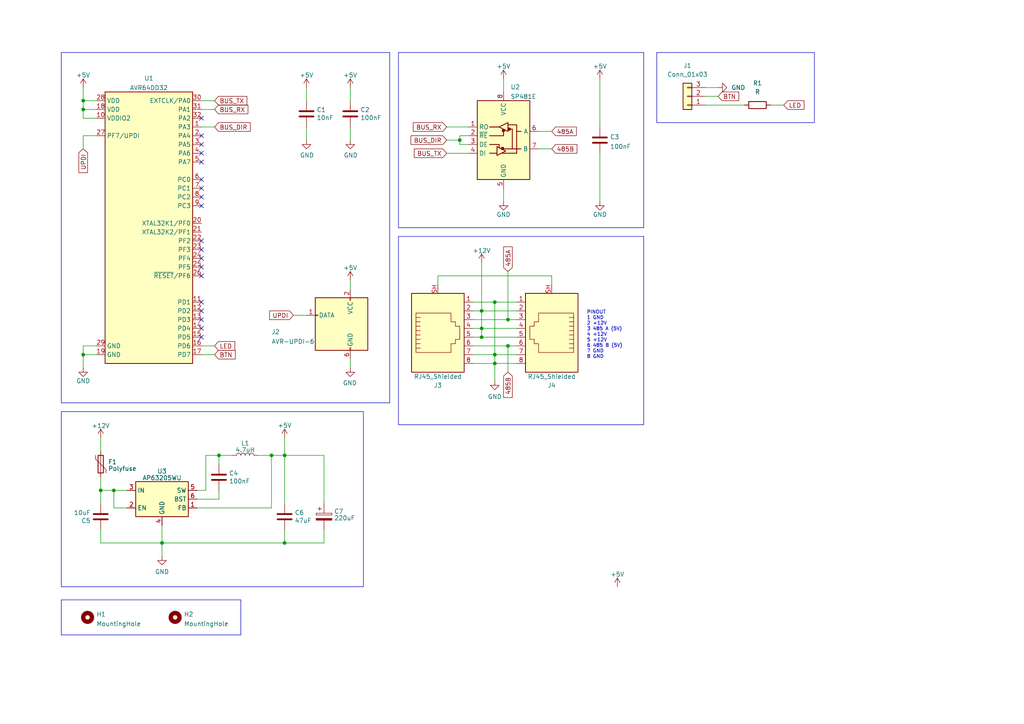
<source format=kicad_sch>
(kicad_sch (version 20230121) (generator eeschema)

  (uuid e63e39d7-6ac0-4ffd-8aa3-1841a4541b55)

  (paper "A4")

  (lib_symbols
    (symbol "Connector:AVR-UPDI-6" (pin_names (offset 1.016)) (in_bom yes) (on_board yes)
      (property "Reference" "J" (at -6.35 8.89 0)
        (effects (font (size 1.27 1.27)) (justify left))
      )
      (property "Value" "AVR-UPDI-6" (at 0 8.89 0)
        (effects (font (size 1.27 1.27)) (justify left))
      )
      (property "Footprint" "" (at -6.35 -1.27 90)
        (effects (font (size 1.27 1.27)) hide)
      )
      (property "Datasheet" "https://www.microchip.com/webdoc/GUID-9D10622A-5C16-4405-B092-1BDD437B4976/index.html?GUID-9B349315-2842-4189-B88C-49F4E1055D7F" (at -32.385 -13.97 0)
        (effects (font (size 1.27 1.27)) hide)
      )
      (property "ki_keywords" "AVR UPDI Connector" (at 0 0 0)
        (effects (font (size 1.27 1.27)) hide)
      )
      (property "ki_description" "Atmel 6-pin UPDI connector" (at 0 0 0)
        (effects (font (size 1.27 1.27)) hide)
      )
      (property "ki_fp_filters" "IDC?Header*2x03* Pin?Header*2x03*" (at 0 0 0)
        (effects (font (size 1.27 1.27)) hide)
      )
      (symbol "AVR-UPDI-6_0_1"
        (rectangle (start -2.667 -6.858) (end -2.413 -7.62)
          (stroke (width 0) (type default))
          (fill (type none))
        )
        (rectangle (start -2.667 7.62) (end -2.413 6.858)
          (stroke (width 0) (type default))
          (fill (type none))
        )
        (rectangle (start 7.62 2.667) (end 6.858 2.413)
          (stroke (width 0) (type default))
          (fill (type none))
        )
        (rectangle (start 7.62 7.62) (end -7.62 -7.62)
          (stroke (width 0.254) (type default))
          (fill (type background))
        )
      )
      (symbol "AVR-UPDI-6_1_1"
        (pin passive line (at 10.16 2.54 180) (length 2.54)
          (name "DATA" (effects (font (size 1.27 1.27))))
          (number "1" (effects (font (size 1.27 1.27))))
        )
        (pin passive line (at -2.54 10.16 270) (length 2.54)
          (name "VCC" (effects (font (size 1.27 1.27))))
          (number "2" (effects (font (size 1.27 1.27))))
        )
        (pin no_connect line (at 7.62 0 180) (length 2.54) hide
          (name "NC" (effects (font (size 1.27 1.27))))
          (number "3" (effects (font (size 1.27 1.27))))
        )
        (pin no_connect line (at 7.62 -2.54 180) (length 2.54) hide
          (name "NC" (effects (font (size 1.27 1.27))))
          (number "4" (effects (font (size 1.27 1.27))))
        )
        (pin no_connect line (at 7.62 -5.08 180) (length 2.54) hide
          (name "NC" (effects (font (size 1.27 1.27))))
          (number "5" (effects (font (size 1.27 1.27))))
        )
        (pin passive line (at -2.54 -10.16 90) (length 2.54)
          (name "GND" (effects (font (size 1.27 1.27))))
          (number "6" (effects (font (size 1.27 1.27))))
        )
      )
    )
    (symbol "Connector:RJ45_Shielded" (pin_names (offset 1.016)) (in_bom yes) (on_board yes)
      (property "Reference" "J" (at -5.08 13.97 0)
        (effects (font (size 1.27 1.27)) (justify right))
      )
      (property "Value" "RJ45_Shielded" (at 2.54 13.97 0)
        (effects (font (size 1.27 1.27)) (justify left))
      )
      (property "Footprint" "" (at 0 0.635 90)
        (effects (font (size 1.27 1.27)) hide)
      )
      (property "Datasheet" "~" (at 0 0.635 90)
        (effects (font (size 1.27 1.27)) hide)
      )
      (property "ki_keywords" "8P8C RJ jack socket connector" (at 0 0 0)
        (effects (font (size 1.27 1.27)) hide)
      )
      (property "ki_description" "RJ connector, 8P8C (8 positions 8 connected), Shielded" (at 0 0 0)
        (effects (font (size 1.27 1.27)) hide)
      )
      (property "ki_fp_filters" "8P8C* RJ31* RJ32* RJ33* RJ34* RJ35* RJ41* RJ45* RJ49* RJ61*" (at 0 0 0)
        (effects (font (size 1.27 1.27)) hide)
      )
      (symbol "RJ45_Shielded_0_1"
        (polyline
          (pts
            (xy -5.08 4.445)
            (xy -6.35 4.445)
          )
          (stroke (width 0) (type default))
          (fill (type none))
        )
        (polyline
          (pts
            (xy -5.08 5.715)
            (xy -6.35 5.715)
          )
          (stroke (width 0) (type default))
          (fill (type none))
        )
        (polyline
          (pts
            (xy -6.35 -3.175)
            (xy -5.08 -3.175)
            (xy -5.08 -3.175)
          )
          (stroke (width 0) (type default))
          (fill (type none))
        )
        (polyline
          (pts
            (xy -6.35 -1.905)
            (xy -5.08 -1.905)
            (xy -5.08 -1.905)
          )
          (stroke (width 0) (type default))
          (fill (type none))
        )
        (polyline
          (pts
            (xy -6.35 -0.635)
            (xy -5.08 -0.635)
            (xy -5.08 -0.635)
          )
          (stroke (width 0) (type default))
          (fill (type none))
        )
        (polyline
          (pts
            (xy -6.35 0.635)
            (xy -5.08 0.635)
            (xy -5.08 0.635)
          )
          (stroke (width 0) (type default))
          (fill (type none))
        )
        (polyline
          (pts
            (xy -6.35 1.905)
            (xy -5.08 1.905)
            (xy -5.08 1.905)
          )
          (stroke (width 0) (type default))
          (fill (type none))
        )
        (polyline
          (pts
            (xy -5.08 3.175)
            (xy -6.35 3.175)
            (xy -6.35 3.175)
          )
          (stroke (width 0) (type default))
          (fill (type none))
        )
        (polyline
          (pts
            (xy -6.35 -4.445)
            (xy -6.35 6.985)
            (xy 3.81 6.985)
            (xy 3.81 4.445)
            (xy 5.08 4.445)
            (xy 5.08 3.175)
            (xy 6.35 3.175)
            (xy 6.35 -0.635)
            (xy 5.08 -0.635)
            (xy 5.08 -1.905)
            (xy 3.81 -1.905)
            (xy 3.81 -4.445)
            (xy -6.35 -4.445)
            (xy -6.35 -4.445)
          )
          (stroke (width 0) (type default))
          (fill (type none))
        )
        (rectangle (start 7.62 12.7) (end -7.62 -10.16)
          (stroke (width 0.254) (type default))
          (fill (type background))
        )
      )
      (symbol "RJ45_Shielded_1_1"
        (pin passive line (at 10.16 -7.62 180) (length 2.54)
          (name "~" (effects (font (size 1.27 1.27))))
          (number "1" (effects (font (size 1.27 1.27))))
        )
        (pin passive line (at 10.16 -5.08 180) (length 2.54)
          (name "~" (effects (font (size 1.27 1.27))))
          (number "2" (effects (font (size 1.27 1.27))))
        )
        (pin passive line (at 10.16 -2.54 180) (length 2.54)
          (name "~" (effects (font (size 1.27 1.27))))
          (number "3" (effects (font (size 1.27 1.27))))
        )
        (pin passive line (at 10.16 0 180) (length 2.54)
          (name "~" (effects (font (size 1.27 1.27))))
          (number "4" (effects (font (size 1.27 1.27))))
        )
        (pin passive line (at 10.16 2.54 180) (length 2.54)
          (name "~" (effects (font (size 1.27 1.27))))
          (number "5" (effects (font (size 1.27 1.27))))
        )
        (pin passive line (at 10.16 5.08 180) (length 2.54)
          (name "~" (effects (font (size 1.27 1.27))))
          (number "6" (effects (font (size 1.27 1.27))))
        )
        (pin passive line (at 10.16 7.62 180) (length 2.54)
          (name "~" (effects (font (size 1.27 1.27))))
          (number "7" (effects (font (size 1.27 1.27))))
        )
        (pin passive line (at 10.16 10.16 180) (length 2.54)
          (name "~" (effects (font (size 1.27 1.27))))
          (number "8" (effects (font (size 1.27 1.27))))
        )
        (pin passive line (at 0 -12.7 90) (length 2.54)
          (name "~" (effects (font (size 1.27 1.27))))
          (number "SH" (effects (font (size 1.27 1.27))))
        )
      )
    )
    (symbol "Connector_Generic:Conn_01x03" (pin_names (offset 1.016) hide) (in_bom yes) (on_board yes)
      (property "Reference" "J" (at 0 5.08 0)
        (effects (font (size 1.27 1.27)))
      )
      (property "Value" "Conn_01x03" (at 0 -5.08 0)
        (effects (font (size 1.27 1.27)))
      )
      (property "Footprint" "" (at 0 0 0)
        (effects (font (size 1.27 1.27)) hide)
      )
      (property "Datasheet" "~" (at 0 0 0)
        (effects (font (size 1.27 1.27)) hide)
      )
      (property "ki_keywords" "connector" (at 0 0 0)
        (effects (font (size 1.27 1.27)) hide)
      )
      (property "ki_description" "Generic connector, single row, 01x03, script generated (kicad-library-utils/schlib/autogen/connector/)" (at 0 0 0)
        (effects (font (size 1.27 1.27)) hide)
      )
      (property "ki_fp_filters" "Connector*:*_1x??_*" (at 0 0 0)
        (effects (font (size 1.27 1.27)) hide)
      )
      (symbol "Conn_01x03_1_1"
        (rectangle (start -1.27 -2.413) (end 0 -2.667)
          (stroke (width 0.1524) (type default))
          (fill (type none))
        )
        (rectangle (start -1.27 0.127) (end 0 -0.127)
          (stroke (width 0.1524) (type default))
          (fill (type none))
        )
        (rectangle (start -1.27 2.667) (end 0 2.413)
          (stroke (width 0.1524) (type default))
          (fill (type none))
        )
        (rectangle (start -1.27 3.81) (end 1.27 -3.81)
          (stroke (width 0.254) (type default))
          (fill (type background))
        )
        (pin passive line (at -5.08 2.54 0) (length 3.81)
          (name "Pin_1" (effects (font (size 1.27 1.27))))
          (number "1" (effects (font (size 1.27 1.27))))
        )
        (pin passive line (at -5.08 0 0) (length 3.81)
          (name "Pin_2" (effects (font (size 1.27 1.27))))
          (number "2" (effects (font (size 1.27 1.27))))
        )
        (pin passive line (at -5.08 -2.54 0) (length 3.81)
          (name "Pin_3" (effects (font (size 1.27 1.27))))
          (number "3" (effects (font (size 1.27 1.27))))
        )
      )
    )
    (symbol "Device:C" (pin_numbers hide) (pin_names (offset 0.254)) (in_bom yes) (on_board yes)
      (property "Reference" "C" (at 0.635 2.54 0)
        (effects (font (size 1.27 1.27)) (justify left))
      )
      (property "Value" "C" (at 0.635 -2.54 0)
        (effects (font (size 1.27 1.27)) (justify left))
      )
      (property "Footprint" "" (at 0.9652 -3.81 0)
        (effects (font (size 1.27 1.27)) hide)
      )
      (property "Datasheet" "~" (at 0 0 0)
        (effects (font (size 1.27 1.27)) hide)
      )
      (property "ki_keywords" "cap capacitor" (at 0 0 0)
        (effects (font (size 1.27 1.27)) hide)
      )
      (property "ki_description" "Unpolarized capacitor" (at 0 0 0)
        (effects (font (size 1.27 1.27)) hide)
      )
      (property "ki_fp_filters" "C_*" (at 0 0 0)
        (effects (font (size 1.27 1.27)) hide)
      )
      (symbol "C_0_1"
        (polyline
          (pts
            (xy -2.032 -0.762)
            (xy 2.032 -0.762)
          )
          (stroke (width 0.508) (type default))
          (fill (type none))
        )
        (polyline
          (pts
            (xy -2.032 0.762)
            (xy 2.032 0.762)
          )
          (stroke (width 0.508) (type default))
          (fill (type none))
        )
      )
      (symbol "C_1_1"
        (pin passive line (at 0 3.81 270) (length 2.794)
          (name "~" (effects (font (size 1.27 1.27))))
          (number "1" (effects (font (size 1.27 1.27))))
        )
        (pin passive line (at 0 -3.81 90) (length 2.794)
          (name "~" (effects (font (size 1.27 1.27))))
          (number "2" (effects (font (size 1.27 1.27))))
        )
      )
    )
    (symbol "Device:C_Polarized" (pin_numbers hide) (pin_names (offset 0.254)) (in_bom yes) (on_board yes)
      (property "Reference" "C" (at 0.635 2.54 0)
        (effects (font (size 1.27 1.27)) (justify left))
      )
      (property "Value" "C_Polarized" (at 0.635 -2.54 0)
        (effects (font (size 1.27 1.27)) (justify left))
      )
      (property "Footprint" "" (at 0.9652 -3.81 0)
        (effects (font (size 1.27 1.27)) hide)
      )
      (property "Datasheet" "~" (at 0 0 0)
        (effects (font (size 1.27 1.27)) hide)
      )
      (property "ki_keywords" "cap capacitor" (at 0 0 0)
        (effects (font (size 1.27 1.27)) hide)
      )
      (property "ki_description" "Polarized capacitor" (at 0 0 0)
        (effects (font (size 1.27 1.27)) hide)
      )
      (property "ki_fp_filters" "CP_*" (at 0 0 0)
        (effects (font (size 1.27 1.27)) hide)
      )
      (symbol "C_Polarized_0_1"
        (rectangle (start -2.286 0.508) (end 2.286 1.016)
          (stroke (width 0) (type default))
          (fill (type none))
        )
        (polyline
          (pts
            (xy -1.778 2.286)
            (xy -0.762 2.286)
          )
          (stroke (width 0) (type default))
          (fill (type none))
        )
        (polyline
          (pts
            (xy -1.27 2.794)
            (xy -1.27 1.778)
          )
          (stroke (width 0) (type default))
          (fill (type none))
        )
        (rectangle (start 2.286 -0.508) (end -2.286 -1.016)
          (stroke (width 0) (type default))
          (fill (type outline))
        )
      )
      (symbol "C_Polarized_1_1"
        (pin passive line (at 0 3.81 270) (length 2.794)
          (name "~" (effects (font (size 1.27 1.27))))
          (number "1" (effects (font (size 1.27 1.27))))
        )
        (pin passive line (at 0 -3.81 90) (length 2.794)
          (name "~" (effects (font (size 1.27 1.27))))
          (number "2" (effects (font (size 1.27 1.27))))
        )
      )
    )
    (symbol "Device:L" (pin_numbers hide) (pin_names (offset 1.016) hide) (in_bom yes) (on_board yes)
      (property "Reference" "L" (at -1.27 0 90)
        (effects (font (size 1.27 1.27)))
      )
      (property "Value" "L" (at 1.905 0 90)
        (effects (font (size 1.27 1.27)))
      )
      (property "Footprint" "" (at 0 0 0)
        (effects (font (size 1.27 1.27)) hide)
      )
      (property "Datasheet" "~" (at 0 0 0)
        (effects (font (size 1.27 1.27)) hide)
      )
      (property "ki_keywords" "inductor choke coil reactor magnetic" (at 0 0 0)
        (effects (font (size 1.27 1.27)) hide)
      )
      (property "ki_description" "Inductor" (at 0 0 0)
        (effects (font (size 1.27 1.27)) hide)
      )
      (property "ki_fp_filters" "Choke_* *Coil* Inductor_* L_*" (at 0 0 0)
        (effects (font (size 1.27 1.27)) hide)
      )
      (symbol "L_0_1"
        (arc (start 0 -2.54) (mid 0.6323 -1.905) (end 0 -1.27)
          (stroke (width 0) (type default))
          (fill (type none))
        )
        (arc (start 0 -1.27) (mid 0.6323 -0.635) (end 0 0)
          (stroke (width 0) (type default))
          (fill (type none))
        )
        (arc (start 0 0) (mid 0.6323 0.635) (end 0 1.27)
          (stroke (width 0) (type default))
          (fill (type none))
        )
        (arc (start 0 1.27) (mid 0.6323 1.905) (end 0 2.54)
          (stroke (width 0) (type default))
          (fill (type none))
        )
      )
      (symbol "L_1_1"
        (pin passive line (at 0 3.81 270) (length 1.27)
          (name "1" (effects (font (size 1.27 1.27))))
          (number "1" (effects (font (size 1.27 1.27))))
        )
        (pin passive line (at 0 -3.81 90) (length 1.27)
          (name "2" (effects (font (size 1.27 1.27))))
          (number "2" (effects (font (size 1.27 1.27))))
        )
      )
    )
    (symbol "Device:Polyfuse" (pin_numbers hide) (pin_names (offset 0)) (in_bom yes) (on_board yes)
      (property "Reference" "F" (at -2.54 0 90)
        (effects (font (size 1.27 1.27)))
      )
      (property "Value" "Polyfuse" (at 2.54 0 90)
        (effects (font (size 1.27 1.27)))
      )
      (property "Footprint" "" (at 1.27 -5.08 0)
        (effects (font (size 1.27 1.27)) (justify left) hide)
      )
      (property "Datasheet" "~" (at 0 0 0)
        (effects (font (size 1.27 1.27)) hide)
      )
      (property "ki_keywords" "resettable fuse PTC PPTC polyfuse polyswitch" (at 0 0 0)
        (effects (font (size 1.27 1.27)) hide)
      )
      (property "ki_description" "Resettable fuse, polymeric positive temperature coefficient" (at 0 0 0)
        (effects (font (size 1.27 1.27)) hide)
      )
      (property "ki_fp_filters" "*polyfuse* *PTC*" (at 0 0 0)
        (effects (font (size 1.27 1.27)) hide)
      )
      (symbol "Polyfuse_0_1"
        (rectangle (start -0.762 2.54) (end 0.762 -2.54)
          (stroke (width 0.254) (type default))
          (fill (type none))
        )
        (polyline
          (pts
            (xy 0 2.54)
            (xy 0 -2.54)
          )
          (stroke (width 0) (type default))
          (fill (type none))
        )
        (polyline
          (pts
            (xy -1.524 2.54)
            (xy -1.524 1.524)
            (xy 1.524 -1.524)
            (xy 1.524 -2.54)
          )
          (stroke (width 0) (type default))
          (fill (type none))
        )
      )
      (symbol "Polyfuse_1_1"
        (pin passive line (at 0 3.81 270) (length 1.27)
          (name "~" (effects (font (size 1.27 1.27))))
          (number "1" (effects (font (size 1.27 1.27))))
        )
        (pin passive line (at 0 -3.81 90) (length 1.27)
          (name "~" (effects (font (size 1.27 1.27))))
          (number "2" (effects (font (size 1.27 1.27))))
        )
      )
    )
    (symbol "Device:R" (pin_numbers hide) (pin_names (offset 0)) (in_bom yes) (on_board yes)
      (property "Reference" "R" (at 2.032 0 90)
        (effects (font (size 1.27 1.27)))
      )
      (property "Value" "R" (at 0 0 90)
        (effects (font (size 1.27 1.27)))
      )
      (property "Footprint" "" (at -1.778 0 90)
        (effects (font (size 1.27 1.27)) hide)
      )
      (property "Datasheet" "~" (at 0 0 0)
        (effects (font (size 1.27 1.27)) hide)
      )
      (property "ki_keywords" "R res resistor" (at 0 0 0)
        (effects (font (size 1.27 1.27)) hide)
      )
      (property "ki_description" "Resistor" (at 0 0 0)
        (effects (font (size 1.27 1.27)) hide)
      )
      (property "ki_fp_filters" "R_*" (at 0 0 0)
        (effects (font (size 1.27 1.27)) hide)
      )
      (symbol "R_0_1"
        (rectangle (start -1.016 -2.54) (end 1.016 2.54)
          (stroke (width 0.254) (type default))
          (fill (type none))
        )
      )
      (symbol "R_1_1"
        (pin passive line (at 0 3.81 270) (length 1.27)
          (name "~" (effects (font (size 1.27 1.27))))
          (number "1" (effects (font (size 1.27 1.27))))
        )
        (pin passive line (at 0 -3.81 90) (length 1.27)
          (name "~" (effects (font (size 1.27 1.27))))
          (number "2" (effects (font (size 1.27 1.27))))
        )
      )
    )
    (symbol "Mechanical:MountingHole" (pin_names (offset 1.016)) (in_bom yes) (on_board yes)
      (property "Reference" "H" (at 0 5.08 0)
        (effects (font (size 1.27 1.27)))
      )
      (property "Value" "MountingHole" (at 0 3.175 0)
        (effects (font (size 1.27 1.27)))
      )
      (property "Footprint" "" (at 0 0 0)
        (effects (font (size 1.27 1.27)) hide)
      )
      (property "Datasheet" "~" (at 0 0 0)
        (effects (font (size 1.27 1.27)) hide)
      )
      (property "ki_keywords" "mounting hole" (at 0 0 0)
        (effects (font (size 1.27 1.27)) hide)
      )
      (property "ki_description" "Mounting Hole without connection" (at 0 0 0)
        (effects (font (size 1.27 1.27)) hide)
      )
      (property "ki_fp_filters" "MountingHole*" (at 0 0 0)
        (effects (font (size 1.27 1.27)) hide)
      )
      (symbol "MountingHole_0_1"
        (circle (center 0 0) (radius 1.27)
          (stroke (width 1.27) (type default))
          (fill (type none))
        )
      )
    )
    (symbol "Regulator_Switching:AP63205WU" (in_bom yes) (on_board yes)
      (property "Reference" "U" (at -7.62 6.35 0)
        (effects (font (size 1.27 1.27)))
      )
      (property "Value" "AP63205WU" (at 2.54 6.35 0)
        (effects (font (size 1.27 1.27)))
      )
      (property "Footprint" "Package_TO_SOT_SMD:TSOT-23-6" (at 0 -22.86 0)
        (effects (font (size 1.27 1.27)) hide)
      )
      (property "Datasheet" "https://www.diodes.com/assets/Datasheets/AP63200-AP63201-AP63203-AP63205.pdf" (at 0 0 0)
        (effects (font (size 1.27 1.27)) hide)
      )
      (property "ki_keywords" "2A Buck DC/DC" (at 0 0 0)
        (effects (font (size 1.27 1.27)) hide)
      )
      (property "ki_description" "2A, 1.1MHz Buck DC/DC Converter, fixed 5.0V output voltage, TSOT-23-6" (at 0 0 0)
        (effects (font (size 1.27 1.27)) hide)
      )
      (property "ki_fp_filters" "TSOT?23*" (at 0 0 0)
        (effects (font (size 1.27 1.27)) hide)
      )
      (symbol "AP63205WU_0_1"
        (rectangle (start -7.62 5.08) (end 7.62 -5.08)
          (stroke (width 0.254) (type default))
          (fill (type background))
        )
      )
      (symbol "AP63205WU_1_1"
        (pin input line (at 10.16 -2.54 180) (length 2.54)
          (name "FB" (effects (font (size 1.27 1.27))))
          (number "1" (effects (font (size 1.27 1.27))))
        )
        (pin input line (at -10.16 -2.54 0) (length 2.54)
          (name "EN" (effects (font (size 1.27 1.27))))
          (number "2" (effects (font (size 1.27 1.27))))
        )
        (pin power_in line (at -10.16 2.54 0) (length 2.54)
          (name "IN" (effects (font (size 1.27 1.27))))
          (number "3" (effects (font (size 1.27 1.27))))
        )
        (pin power_in line (at 0 -7.62 90) (length 2.54)
          (name "GND" (effects (font (size 1.27 1.27))))
          (number "4" (effects (font (size 1.27 1.27))))
        )
        (pin output line (at 10.16 2.54 180) (length 2.54)
          (name "SW" (effects (font (size 1.27 1.27))))
          (number "5" (effects (font (size 1.27 1.27))))
        )
        (pin passive line (at 10.16 0 180) (length 2.54)
          (name "BST" (effects (font (size 1.27 1.27))))
          (number "6" (effects (font (size 1.27 1.27))))
        )
      )
    )
    (symbol "kiu:AVR64DD32" (in_bom yes) (on_board yes)
      (property "Reference" "U" (at -12.7 -19.05 0)
        (effects (font (size 1.27 1.27)))
      )
      (property "Value" "AVR64DD32" (at 7.62 -19.05 0)
        (effects (font (size 1.27 1.27)))
      )
      (property "Footprint" "" (at 0 0 0)
        (effects (font (size 1.27 1.27)) hide)
      )
      (property "Datasheet" "" (at 0 0 0)
        (effects (font (size 1.27 1.27)) hide)
      )
      (symbol "AVR64DD32_0_1"
        (rectangle (start -12.7 -20.32) (end 12.7 -99.06)
          (stroke (width 0.254) (type default))
          (fill (type background))
        )
      )
      (symbol "AVR64DD32_1_1"
        (pin bidirectional line (at 15.24 -30.48 180) (length 2.54)
          (name "PA3" (effects (font (size 1.27 1.27))))
          (number "1" (effects (font (size 1.27 1.27))))
        )
        (pin power_in line (at -15.24 -27.94 0) (length 2.54)
          (name "VDDIO2" (effects (font (size 1.27 1.27))))
          (number "10" (effects (font (size 1.27 1.27))))
        )
        (pin bidirectional line (at 15.24 -81.28 180) (length 2.54)
          (name "PD1" (effects (font (size 1.27 1.27))))
          (number "11" (effects (font (size 1.27 1.27))))
        )
        (pin bidirectional line (at 15.24 -83.82 180) (length 2.54)
          (name "PD2" (effects (font (size 1.27 1.27))))
          (number "12" (effects (font (size 1.27 1.27))))
        )
        (pin bidirectional line (at 15.24 -86.36 180) (length 2.54)
          (name "PD3" (effects (font (size 1.27 1.27))))
          (number "13" (effects (font (size 1.27 1.27))))
        )
        (pin bidirectional line (at 15.24 -88.9 180) (length 2.54)
          (name "PD4" (effects (font (size 1.27 1.27))))
          (number "14" (effects (font (size 1.27 1.27))))
        )
        (pin bidirectional line (at 15.24 -91.44 180) (length 2.54)
          (name "PD5" (effects (font (size 1.27 1.27))))
          (number "15" (effects (font (size 1.27 1.27))))
        )
        (pin bidirectional line (at 15.24 -93.98 180) (length 2.54)
          (name "PD6" (effects (font (size 1.27 1.27))))
          (number "16" (effects (font (size 1.27 1.27))))
        )
        (pin bidirectional line (at 15.24 -96.52 180) (length 2.54)
          (name "PD7" (effects (font (size 1.27 1.27))))
          (number "17" (effects (font (size 1.27 1.27))))
        )
        (pin power_in line (at -15.24 -25.4 0) (length 2.54)
          (name "VDD" (effects (font (size 1.27 1.27))))
          (number "18" (effects (font (size 1.27 1.27))))
        )
        (pin power_in line (at -15.24 -96.52 0) (length 2.54)
          (name "GND" (effects (font (size 1.27 1.27))))
          (number "19" (effects (font (size 1.27 1.27))))
        )
        (pin bidirectional line (at 15.24 -33.02 180) (length 2.54)
          (name "PA4" (effects (font (size 1.27 1.27))))
          (number "2" (effects (font (size 1.27 1.27))))
        )
        (pin bidirectional line (at 15.24 -58.42 180) (length 2.54)
          (name "XTAL32K1/PF0" (effects (font (size 1.27 1.27))))
          (number "20" (effects (font (size 1.27 1.27))))
        )
        (pin bidirectional line (at 15.24 -60.96 180) (length 2.54)
          (name "XTAL32K2/PF1" (effects (font (size 1.27 1.27))))
          (number "21" (effects (font (size 1.27 1.27))))
        )
        (pin bidirectional line (at 15.24 -63.5 180) (length 2.54)
          (name "PF2" (effects (font (size 1.27 1.27))))
          (number "22" (effects (font (size 1.27 1.27))))
        )
        (pin bidirectional line (at 15.24 -66.04 180) (length 2.54)
          (name "PF3" (effects (font (size 1.27 1.27))))
          (number "23" (effects (font (size 1.27 1.27))))
        )
        (pin bidirectional line (at 15.24 -68.58 180) (length 2.54)
          (name "PF4" (effects (font (size 1.27 1.27))))
          (number "24" (effects (font (size 1.27 1.27))))
        )
        (pin bidirectional line (at 15.24 -71.12 180) (length 2.54)
          (name "PF5" (effects (font (size 1.27 1.27))))
          (number "25" (effects (font (size 1.27 1.27))))
        )
        (pin input line (at 15.24 -73.66 180) (length 2.54)
          (name "~{RESET}/PF6" (effects (font (size 1.27 1.27))))
          (number "26" (effects (font (size 1.27 1.27))))
        )
        (pin bidirectional line (at -15.24 -33.02 0) (length 2.54)
          (name "PF7/UPDI" (effects (font (size 1.27 1.27))))
          (number "27" (effects (font (size 1.27 1.27))))
        )
        (pin power_in line (at -15.24 -22.86 0) (length 2.54)
          (name "VDD" (effects (font (size 1.27 1.27))))
          (number "28" (effects (font (size 1.27 1.27))))
        )
        (pin power_in line (at -15.24 -93.98 0) (length 2.54)
          (name "GND" (effects (font (size 1.27 1.27))))
          (number "29" (effects (font (size 1.27 1.27))))
        )
        (pin bidirectional line (at 15.24 -35.56 180) (length 2.54)
          (name "PA5" (effects (font (size 1.27 1.27))))
          (number "3" (effects (font (size 1.27 1.27))))
        )
        (pin bidirectional line (at 15.24 -22.86 180) (length 2.54)
          (name "EXTCLK/PA0" (effects (font (size 1.27 1.27))))
          (number "30" (effects (font (size 1.27 1.27))))
        )
        (pin bidirectional line (at 15.24 -25.4 180) (length 2.54)
          (name "PA1" (effects (font (size 1.27 1.27))))
          (number "31" (effects (font (size 1.27 1.27))))
        )
        (pin bidirectional line (at 15.24 -27.94 180) (length 2.54)
          (name "PA2" (effects (font (size 1.27 1.27))))
          (number "32" (effects (font (size 1.27 1.27))))
        )
        (pin bidirectional line (at 15.24 -38.1 180) (length 2.54)
          (name "PA6" (effects (font (size 1.27 1.27))))
          (number "4" (effects (font (size 1.27 1.27))))
        )
        (pin bidirectional line (at 15.24 -40.64 180) (length 2.54)
          (name "PA7" (effects (font (size 1.27 1.27))))
          (number "5" (effects (font (size 1.27 1.27))))
        )
        (pin bidirectional line (at 15.24 -45.72 180) (length 2.54)
          (name "PC0" (effects (font (size 1.27 1.27))))
          (number "6" (effects (font (size 1.27 1.27))))
        )
        (pin bidirectional line (at 15.24 -48.26 180) (length 2.54)
          (name "PC1" (effects (font (size 1.27 1.27))))
          (number "7" (effects (font (size 1.27 1.27))))
        )
        (pin bidirectional line (at 15.24 -50.8 180) (length 2.54)
          (name "PC2" (effects (font (size 1.27 1.27))))
          (number "8" (effects (font (size 1.27 1.27))))
        )
        (pin bidirectional line (at 15.24 -53.34 180) (length 2.54)
          (name "PC3" (effects (font (size 1.27 1.27))))
          (number "9" (effects (font (size 1.27 1.27))))
        )
      )
    )
    (symbol "kiu:SP481E" (in_bom yes) (on_board yes)
      (property "Reference" "U" (at 3.81 12.7 0)
        (effects (font (size 1.27 1.27)))
      )
      (property "Value" "SP481E" (at 7.62 -12.7 0)
        (effects (font (size 1.27 1.27)) (justify right))
      )
      (property "Footprint" "" (at 0 0 0)
        (effects (font (size 1.27 1.27)) hide)
      )
      (property "Datasheet" "" (at 0 0 0)
        (effects (font (size 1.27 1.27)) hide)
      )
      (symbol "SP481E_0_1"
        (rectangle (start -7.62 11.43) (end 7.62 -11.43)
          (stroke (width 0.254) (type default))
          (fill (type background))
        )
        (circle (center -0.3048 -2.413) (radius 0.3556)
          (stroke (width 0.254) (type default))
          (fill (type outline))
        )
        (circle (center -0.0254 2.7686) (radius 0.3556)
          (stroke (width 0.254) (type default))
          (fill (type outline))
        )
        (polyline
          (pts
            (xy -4.064 -3.81)
            (xy -1.905 -3.81)
          )
          (stroke (width 0.254) (type default))
          (fill (type none))
        )
        (polyline
          (pts
            (xy -4.064 3.81)
            (xy -1.27 3.81)
          )
          (stroke (width 0.254) (type default))
          (fill (type none))
        )
        (polyline
          (pts
            (xy -1.27 -1.9304)
            (xy -1.27 -2.1844)
          )
          (stroke (width 0.254) (type default))
          (fill (type none))
        )
        (polyline
          (pts
            (xy -0.635 -3.81)
            (xy 3.81 -3.81)
          )
          (stroke (width 0.254) (type default))
          (fill (type none))
        )
        (polyline
          (pts
            (xy 1.27 3.175)
            (xy 2.54 3.175)
          )
          (stroke (width 0.254) (type default))
          (fill (type none))
        )
        (polyline
          (pts
            (xy 2.54 -2.54)
            (xy 5.08 -2.54)
          )
          (stroke (width 0.254) (type default))
          (fill (type none))
        )
        (polyline
          (pts
            (xy 3.81 2.54)
            (xy 5.08 2.54)
          )
          (stroke (width 0.254) (type default))
          (fill (type none))
        )
        (polyline
          (pts
            (xy -4.064 -1.27)
            (xy -1.27 -1.27)
            (xy -1.27 -1.905)
          )
          (stroke (width 0.254) (type default))
          (fill (type none))
        )
        (polyline
          (pts
            (xy 0 2.54)
            (xy 0 1.27)
            (xy -4.064 1.27)
          )
          (stroke (width 0.254) (type default))
          (fill (type none))
        )
        (polyline
          (pts
            (xy 1.27 4.445)
            (xy 3.81 4.445)
            (xy 3.81 -3.81)
          )
          (stroke (width 0.254) (type default))
          (fill (type none))
        )
        (polyline
          (pts
            (xy 2.54 3.175)
            (xy 2.54 -2.54)
            (xy 0 -2.54)
          )
          (stroke (width 0.254) (type default))
          (fill (type none))
        )
        (polyline
          (pts
            (xy -1.905 -1.905)
            (xy -1.905 -4.445)
            (xy 0.635 -3.175)
            (xy -1.905 -1.905)
          )
          (stroke (width 0.254) (type default))
          (fill (type none))
        )
        (polyline
          (pts
            (xy -1.27 3.81)
            (xy 1.27 5.08)
            (xy 1.27 2.54)
            (xy -1.27 3.81)
          )
          (stroke (width 0.254) (type default))
          (fill (type none))
        )
        (rectangle (start 1.27 4.445) (end 1.27 4.445)
          (stroke (width 0) (type default))
          (fill (type none))
        )
        (circle (center 1.651 3.175) (radius 0.3556)
          (stroke (width 0.254) (type default))
          (fill (type outline))
        )
      )
      (symbol "SP481E_1_1"
        (pin output line (at -10.16 3.81 0) (length 2.54)
          (name "RO" (effects (font (size 1.27 1.27))))
          (number "1" (effects (font (size 1.27 1.27))))
        )
        (pin input line (at -10.16 1.27 0) (length 2.54)
          (name "~{RE}" (effects (font (size 1.27 1.27))))
          (number "2" (effects (font (size 1.27 1.27))))
        )
        (pin input line (at -10.16 -1.27 0) (length 2.54)
          (name "DE" (effects (font (size 1.27 1.27))))
          (number "3" (effects (font (size 1.27 1.27))))
        )
        (pin input line (at -10.16 -3.81 0) (length 2.54)
          (name "DI" (effects (font (size 1.27 1.27))))
          (number "4" (effects (font (size 1.27 1.27))))
        )
        (pin power_in line (at 0 -13.97 90) (length 2.54)
          (name "GND" (effects (font (size 1.27 1.27))))
          (number "5" (effects (font (size 1.27 1.27))))
        )
        (pin bidirectional line (at 10.16 2.54 180) (length 2.54)
          (name "A" (effects (font (size 1.27 1.27))))
          (number "6" (effects (font (size 1.27 1.27))))
        )
        (pin bidirectional line (at 10.16 -2.54 180) (length 2.54)
          (name "B" (effects (font (size 1.27 1.27))))
          (number "7" (effects (font (size 1.27 1.27))))
        )
        (pin power_in line (at 0 13.97 270) (length 2.54)
          (name "VCC" (effects (font (size 1.27 1.27))))
          (number "8" (effects (font (size 1.27 1.27))))
        )
      )
    )
    (symbol "power:+12V" (power) (pin_names (offset 0)) (in_bom yes) (on_board yes)
      (property "Reference" "#PWR" (at 0 -3.81 0)
        (effects (font (size 1.27 1.27)) hide)
      )
      (property "Value" "+12V" (at 0 3.556 0)
        (effects (font (size 1.27 1.27)))
      )
      (property "Footprint" "" (at 0 0 0)
        (effects (font (size 1.27 1.27)) hide)
      )
      (property "Datasheet" "" (at 0 0 0)
        (effects (font (size 1.27 1.27)) hide)
      )
      (property "ki_keywords" "global power" (at 0 0 0)
        (effects (font (size 1.27 1.27)) hide)
      )
      (property "ki_description" "Power symbol creates a global label with name \"+12V\"" (at 0 0 0)
        (effects (font (size 1.27 1.27)) hide)
      )
      (symbol "+12V_0_1"
        (polyline
          (pts
            (xy -0.762 1.27)
            (xy 0 2.54)
          )
          (stroke (width 0) (type default))
          (fill (type none))
        )
        (polyline
          (pts
            (xy 0 0)
            (xy 0 2.54)
          )
          (stroke (width 0) (type default))
          (fill (type none))
        )
        (polyline
          (pts
            (xy 0 2.54)
            (xy 0.762 1.27)
          )
          (stroke (width 0) (type default))
          (fill (type none))
        )
      )
      (symbol "+12V_1_1"
        (pin power_in line (at 0 0 90) (length 0) hide
          (name "+12V" (effects (font (size 1.27 1.27))))
          (number "1" (effects (font (size 1.27 1.27))))
        )
      )
    )
    (symbol "power:+5V" (power) (pin_names (offset 0)) (in_bom yes) (on_board yes)
      (property "Reference" "#PWR" (at 0 -3.81 0)
        (effects (font (size 1.27 1.27)) hide)
      )
      (property "Value" "+5V" (at 0 3.556 0)
        (effects (font (size 1.27 1.27)))
      )
      (property "Footprint" "" (at 0 0 0)
        (effects (font (size 1.27 1.27)) hide)
      )
      (property "Datasheet" "" (at 0 0 0)
        (effects (font (size 1.27 1.27)) hide)
      )
      (property "ki_keywords" "global power" (at 0 0 0)
        (effects (font (size 1.27 1.27)) hide)
      )
      (property "ki_description" "Power symbol creates a global label with name \"+5V\"" (at 0 0 0)
        (effects (font (size 1.27 1.27)) hide)
      )
      (symbol "+5V_0_1"
        (polyline
          (pts
            (xy -0.762 1.27)
            (xy 0 2.54)
          )
          (stroke (width 0) (type default))
          (fill (type none))
        )
        (polyline
          (pts
            (xy 0 0)
            (xy 0 2.54)
          )
          (stroke (width 0) (type default))
          (fill (type none))
        )
        (polyline
          (pts
            (xy 0 2.54)
            (xy 0.762 1.27)
          )
          (stroke (width 0) (type default))
          (fill (type none))
        )
      )
      (symbol "+5V_1_1"
        (pin power_in line (at 0 0 90) (length 0) hide
          (name "+5V" (effects (font (size 1.27 1.27))))
          (number "1" (effects (font (size 1.27 1.27))))
        )
      )
    )
    (symbol "power:GND" (power) (pin_names (offset 0)) (in_bom yes) (on_board yes)
      (property "Reference" "#PWR" (at 0 -6.35 0)
        (effects (font (size 1.27 1.27)) hide)
      )
      (property "Value" "GND" (at 0 -3.81 0)
        (effects (font (size 1.27 1.27)))
      )
      (property "Footprint" "" (at 0 0 0)
        (effects (font (size 1.27 1.27)) hide)
      )
      (property "Datasheet" "" (at 0 0 0)
        (effects (font (size 1.27 1.27)) hide)
      )
      (property "ki_keywords" "global power" (at 0 0 0)
        (effects (font (size 1.27 1.27)) hide)
      )
      (property "ki_description" "Power symbol creates a global label with name \"GND\" , ground" (at 0 0 0)
        (effects (font (size 1.27 1.27)) hide)
      )
      (symbol "GND_0_1"
        (polyline
          (pts
            (xy 0 0)
            (xy 0 -1.27)
            (xy 1.27 -1.27)
            (xy 0 -2.54)
            (xy -1.27 -1.27)
            (xy 0 -1.27)
          )
          (stroke (width 0) (type default))
          (fill (type none))
        )
      )
      (symbol "GND_1_1"
        (pin power_in line (at 0 0 270) (length 0) hide
          (name "GND" (effects (font (size 1.27 1.27))))
          (number "1" (effects (font (size 1.27 1.27))))
        )
      )
    )
  )

  (junction (at 147.32 92.71) (diameter 0) (color 0 0 0 0)
    (uuid 0d3137a4-44a4-42d3-b334-69c1234049ee)
  )
  (junction (at 78.74 132.08) (diameter 0) (color 0 0 0 0)
    (uuid 0d916742-a065-4403-9c2e-003359e14081)
  )
  (junction (at 24.13 31.75) (diameter 0) (color 0 0 0 0)
    (uuid 2387d6cb-be7c-4b05-a880-c9ba65f91b44)
  )
  (junction (at 29.21 142.24) (diameter 0) (color 0 0 0 0)
    (uuid 2cd4ad4e-62ee-4339-bea3-a1d3a28c6bb4)
  )
  (junction (at 63.5 132.08) (diameter 0) (color 0 0 0 0)
    (uuid 3e221750-2ec6-4598-9414-698ded370275)
  )
  (junction (at 139.7 95.25) (diameter 0) (color 0 0 0 0)
    (uuid 47258bce-14e8-426d-808e-78d959ae01ea)
  )
  (junction (at 143.51 105.41) (diameter 0) (color 0 0 0 0)
    (uuid 4dea78e9-fe16-4455-9116-7d95b3ebf788)
  )
  (junction (at 133.35 40.64) (diameter 0) (color 0 0 0 0)
    (uuid 4e2a02eb-1fda-4880-b78c-67749feb9015)
  )
  (junction (at 24.13 102.87) (diameter 0) (color 0 0 0 0)
    (uuid 5a2c8042-d8c7-4384-b144-b6739048854a)
  )
  (junction (at 24.13 29.21) (diameter 0) (color 0 0 0 0)
    (uuid 5cb16bbb-f11a-4121-8c91-b548e1b69ab0)
  )
  (junction (at 143.51 102.87) (diameter 0) (color 0 0 0 0)
    (uuid 6860606d-84f5-4e52-b038-31d65171736f)
  )
  (junction (at 139.7 90.17) (diameter 0) (color 0 0 0 0)
    (uuid 811c6c75-a135-4d07-8a48-fb7ea2fdc989)
  )
  (junction (at 139.7 97.79) (diameter 0) (color 0 0 0 0)
    (uuid 8751ce08-fc21-4b31-b07e-b4926d8d0b2f)
  )
  (junction (at 82.55 157.48) (diameter 0) (color 0 0 0 0)
    (uuid 933a7462-5139-44db-8262-50cf21cc5fbc)
  )
  (junction (at 82.55 132.08) (diameter 0) (color 0 0 0 0)
    (uuid bc4b5db1-7a9f-40a9-bc77-5b05c8c2ca0d)
  )
  (junction (at 147.32 100.33) (diameter 0) (color 0 0 0 0)
    (uuid e261feb2-0bca-466e-aa5f-df4637c7628d)
  )
  (junction (at 143.51 87.63) (diameter 0) (color 0 0 0 0)
    (uuid ecc7ac78-8446-4f3c-9f98-b29634345345)
  )
  (junction (at 46.99 157.48) (diameter 0) (color 0 0 0 0)
    (uuid f32ccb67-3c62-4790-91b4-6971c91a81c4)
  )
  (junction (at 33.02 142.24) (diameter 0) (color 0 0 0 0)
    (uuid f9c1f9c9-7025-4f9f-b70a-ec67ad990f2c)
  )

  (no_connect (at 58.42 80.01) (uuid 07c1a101-695b-4469-95e1-1934f6365176))
  (no_connect (at 58.42 87.63) (uuid 1a2a440e-d500-478d-99ed-0cd7a41dc636))
  (no_connect (at 58.42 77.47) (uuid 2cee2e03-8ea5-4c27-bea2-75fd7ef16880))
  (no_connect (at 58.42 69.85) (uuid 2cee2e03-8ea5-4c27-bea2-75fd7ef16882))
  (no_connect (at 58.42 74.93) (uuid 2cee2e03-8ea5-4c27-bea2-75fd7ef16883))
  (no_connect (at 58.42 72.39) (uuid 2cee2e03-8ea5-4c27-bea2-75fd7ef16886))
  (no_connect (at 58.42 46.99) (uuid 2cee2e03-8ea5-4c27-bea2-75fd7ef16887))
  (no_connect (at 58.42 44.45) (uuid 2cee2e03-8ea5-4c27-bea2-75fd7ef16889))
  (no_connect (at 58.42 41.91) (uuid 2cee2e03-8ea5-4c27-bea2-75fd7ef1688a))
  (no_connect (at 58.42 39.37) (uuid 2cee2e03-8ea5-4c27-bea2-75fd7ef1688b))
  (no_connect (at 58.42 54.61) (uuid 48373a51-5e88-483f-acd6-a1a950f50630))
  (no_connect (at 58.42 92.71) (uuid 66396b7c-0d87-4b6f-b930-adc417303a23))
  (no_connect (at 58.42 57.15) (uuid 67cdbe3f-a21b-4fe4-bc14-97b805c3c292))
  (no_connect (at 58.42 97.79) (uuid 68694b2f-cc55-4df8-9930-74d5e812c4b1))
  (no_connect (at 58.42 34.29) (uuid b6b90de5-d77e-4238-af6b-ffaa71dfb294))
  (no_connect (at 58.42 59.69) (uuid b7a96c64-df25-4781-867b-63bd593a7600))
  (no_connect (at 58.42 95.25) (uuid c56a9ff4-cf52-4357-a80a-7b2fc04023e1))
  (no_connect (at 58.42 52.07) (uuid cf4dfa05-9ea0-49a3-b5c9-ccb0cc17af65))
  (no_connect (at 58.42 90.17) (uuid f2975c6b-20ed-4f0a-bf1c-7e23e7208972))

  (wire (pts (xy 143.51 87.63) (xy 149.86 87.63))
    (stroke (width 0) (type default))
    (uuid 00995fd2-315c-4fb7-b0d7-c7fc97a14352)
  )
  (wire (pts (xy 88.9 25.4) (xy 88.9 29.21))
    (stroke (width 0) (type default))
    (uuid 01133677-f2ab-4e5a-b884-52195507f69e)
  )
  (wire (pts (xy 101.6 36.83) (xy 101.6 40.64))
    (stroke (width 0) (type default))
    (uuid 039b7c37-f901-4b62-95ee-5eb173cc1aae)
  )
  (polyline (pts (xy 115.57 15.24) (xy 115.57 66.04))
    (stroke (width 0) (type default))
    (uuid 05a63063-d767-475d-92fb-6e88c4fcab57)
  )

  (wire (pts (xy 204.47 27.94) (xy 208.28 27.94))
    (stroke (width 0) (type default))
    (uuid 08c72d45-434b-406f-b7b6-73ec953f73d8)
  )
  (polyline (pts (xy 69.85 184.15) (xy 69.85 173.99))
    (stroke (width 0) (type default))
    (uuid 0ce3f431-f2f6-4b39-a635-a3cb8101c61a)
  )

  (wire (pts (xy 33.02 147.32) (xy 33.02 142.24))
    (stroke (width 0) (type default))
    (uuid 1018551f-bbc7-41c8-8886-d20ee36f57b9)
  )
  (wire (pts (xy 78.74 132.08) (xy 82.55 132.08))
    (stroke (width 0) (type default))
    (uuid 103b9264-e621-441c-949a-4a5b961af6c8)
  )
  (wire (pts (xy 139.7 95.25) (xy 149.86 95.25))
    (stroke (width 0) (type default))
    (uuid 10943ef2-35e2-4375-ad96-720b278df5e2)
  )
  (wire (pts (xy 63.5 132.08) (xy 67.31 132.08))
    (stroke (width 0) (type default))
    (uuid 126342cf-fa2c-40a2-a276-02f35bd8e370)
  )
  (polyline (pts (xy 17.78 173.99) (xy 17.78 184.15))
    (stroke (width 0) (type default))
    (uuid 14878aa3-f7e5-4e5a-86c9-c763b6e91692)
  )

  (wire (pts (xy 93.98 132.08) (xy 82.55 132.08))
    (stroke (width 0) (type default))
    (uuid 14bf8e5e-b080-435b-b2c0-8333e1116cee)
  )
  (wire (pts (xy 24.13 39.37) (xy 24.13 43.18))
    (stroke (width 0) (type default))
    (uuid 14ffcdfb-d594-4955-804d-c08b804c7641)
  )
  (wire (pts (xy 29.21 157.48) (xy 46.99 157.48))
    (stroke (width 0) (type default))
    (uuid 17ae9e78-ef24-4205-93ac-86a80889131a)
  )
  (wire (pts (xy 129.54 40.64) (xy 133.35 40.64))
    (stroke (width 0) (type default))
    (uuid 1aef6ba8-fca2-47d7-91f4-35c2cbe6a4b9)
  )
  (wire (pts (xy 24.13 100.33) (xy 24.13 102.87))
    (stroke (width 0) (type default))
    (uuid 1b0b14d0-0d02-4aa0-be89-c9e6ffdb7a74)
  )
  (wire (pts (xy 137.16 102.87) (xy 143.51 102.87))
    (stroke (width 0) (type default))
    (uuid 1cd06ea9-2e0a-4308-a89a-cdd4253d635d)
  )
  (polyline (pts (xy 186.69 15.24) (xy 186.69 66.04))
    (stroke (width 0) (type default))
    (uuid 1f37e82e-7de1-4b53-a54a-afcf33c0deee)
  )

  (wire (pts (xy 63.5 144.78) (xy 63.5 142.24))
    (stroke (width 0) (type default))
    (uuid 2263bb5b-7081-4060-a60c-f0252578ed91)
  )
  (wire (pts (xy 137.16 92.71) (xy 147.32 92.71))
    (stroke (width 0) (type default))
    (uuid 2d3573c1-18b8-4ec2-9ce9-bea043ed0d8d)
  )
  (wire (pts (xy 63.5 132.08) (xy 63.5 134.62))
    (stroke (width 0) (type default))
    (uuid 2ed26513-e919-4a46-b74b-15caf5911784)
  )
  (wire (pts (xy 223.52 30.48) (xy 227.33 30.48))
    (stroke (width 0) (type default))
    (uuid 2fa23ac1-fd34-4e0a-af12-9b5bb1219ad9)
  )
  (wire (pts (xy 143.51 102.87) (xy 143.51 105.41))
    (stroke (width 0) (type default))
    (uuid 31292357-f927-48af-af99-abb754dad2d4)
  )
  (polyline (pts (xy 17.78 173.99) (xy 69.85 173.99))
    (stroke (width 0) (type default))
    (uuid 325f22b0-b331-4d4b-8098-8cad32afc7b7)
  )

  (wire (pts (xy 33.02 147.32) (xy 36.83 147.32))
    (stroke (width 0) (type default))
    (uuid 3309d1d2-d7f4-4b34-8c30-a8c6f7902257)
  )
  (wire (pts (xy 24.13 31.75) (xy 24.13 29.21))
    (stroke (width 0) (type default))
    (uuid 348d49b9-ccec-425b-9696-13d952113a67)
  )
  (wire (pts (xy 147.32 78.74) (xy 147.32 92.71))
    (stroke (width 0) (type default))
    (uuid 36f3173f-7be4-4161-9e5f-79d99e7480e8)
  )
  (polyline (pts (xy 115.57 68.58) (xy 115.57 123.19))
    (stroke (width 0) (type default))
    (uuid 38dc56ca-4146-41b8-8aec-bd09506b5df9)
  )

  (wire (pts (xy 59.69 132.08) (xy 63.5 132.08))
    (stroke (width 0) (type default))
    (uuid 390f9cc7-f032-4702-8753-2d664ae2d8cd)
  )
  (wire (pts (xy 160.02 82.55) (xy 160.02 80.01))
    (stroke (width 0) (type default))
    (uuid 397bdf86-6390-485f-85a5-d9dc67e91aec)
  )
  (wire (pts (xy 82.55 153.67) (xy 82.55 157.48))
    (stroke (width 0) (type default))
    (uuid 3aa60cab-1963-4bb3-baf5-ba829937ed88)
  )
  (wire (pts (xy 27.94 31.75) (xy 24.13 31.75))
    (stroke (width 0) (type default))
    (uuid 3abdca6f-71dc-4563-b36d-bbfefb7abecf)
  )
  (wire (pts (xy 143.51 102.87) (xy 149.86 102.87))
    (stroke (width 0) (type default))
    (uuid 3cd7c5a0-dd3e-45e0-af9f-5fe7e10fd13b)
  )
  (wire (pts (xy 33.02 142.24) (xy 36.83 142.24))
    (stroke (width 0) (type default))
    (uuid 3dde4f1b-e0f4-4d9e-bd1d-eaecac3c6da6)
  )
  (wire (pts (xy 143.51 105.41) (xy 149.86 105.41))
    (stroke (width 0) (type default))
    (uuid 3ea24d7f-d104-4454-968b-bc1016f1ef8a)
  )
  (wire (pts (xy 133.35 39.37) (xy 133.35 40.64))
    (stroke (width 0) (type default))
    (uuid 3eef1707-8df6-4d00-8bf8-b4dd21fa935c)
  )
  (wire (pts (xy 29.21 142.24) (xy 29.21 146.05))
    (stroke (width 0) (type default))
    (uuid 432c5725-fa4e-464f-afc2-2f462bf70632)
  )
  (wire (pts (xy 101.6 81.28) (xy 101.6 83.82))
    (stroke (width 0) (type default))
    (uuid 43660d05-6869-4570-9b01-764235295cc2)
  )
  (wire (pts (xy 27.94 100.33) (xy 24.13 100.33))
    (stroke (width 0) (type default))
    (uuid 4599a72e-26f9-4563-bb74-fff1ebe260a6)
  )
  (polyline (pts (xy 186.69 68.58) (xy 115.57 68.58))
    (stroke (width 0) (type default))
    (uuid 46365344-e7b9-4360-8a64-616fbb869d15)
  )

  (wire (pts (xy 143.51 105.41) (xy 143.51 110.49))
    (stroke (width 0) (type default))
    (uuid 480307a4-61aa-4334-999b-17e0c0c59ce0)
  )
  (wire (pts (xy 58.42 100.33) (xy 62.23 100.33))
    (stroke (width 0) (type default))
    (uuid 4951741f-f91b-439c-a8a6-109ea2c7b69a)
  )
  (wire (pts (xy 78.74 147.32) (xy 78.74 132.08))
    (stroke (width 0) (type default))
    (uuid 4eb38e7e-34d8-4dcb-bc5a-bc39b811133e)
  )
  (wire (pts (xy 137.16 95.25) (xy 139.7 95.25))
    (stroke (width 0) (type default))
    (uuid 4fdf2032-a1c9-42ee-bd55-fc4f59dace8d)
  )
  (wire (pts (xy 204.47 25.4) (xy 208.28 25.4))
    (stroke (width 0) (type default))
    (uuid 50388e13-fa01-4d02-8779-0d6af68a7fc2)
  )
  (wire (pts (xy 58.42 102.87) (xy 62.23 102.87))
    (stroke (width 0) (type default))
    (uuid 5099cdc7-a307-4aa4-8244-6539ff692b6d)
  )
  (wire (pts (xy 57.15 147.32) (xy 78.74 147.32))
    (stroke (width 0) (type default))
    (uuid 55ea166e-3b11-4925-ba81-6e4a292e39a5)
  )
  (wire (pts (xy 82.55 127) (xy 82.55 132.08))
    (stroke (width 0) (type default))
    (uuid 598223f7-fa07-45e0-8072-eeaf2cf6f34d)
  )
  (wire (pts (xy 146.05 54.61) (xy 146.05 58.42))
    (stroke (width 0) (type default))
    (uuid 5f74c6fb-337b-40a9-9b79-933f2f30429a)
  )
  (wire (pts (xy 82.55 132.08) (xy 82.55 146.05))
    (stroke (width 0) (type default))
    (uuid 626fc110-03f7-4ce5-a6ae-3b6e09aa78d0)
  )
  (polyline (pts (xy 17.78 184.15) (xy 69.85 184.15))
    (stroke (width 0) (type default))
    (uuid 62eebd2e-0492-48b4-953c-a8a55d9037d8)
  )

  (wire (pts (xy 27.94 34.29) (xy 24.13 34.29))
    (stroke (width 0) (type default))
    (uuid 63192250-c8f6-4a97-88b9-75533b740c84)
  )
  (wire (pts (xy 24.13 39.37) (xy 27.94 39.37))
    (stroke (width 0) (type default))
    (uuid 63a46b0b-ec00-4a8c-b80a-3dd962f67fda)
  )
  (wire (pts (xy 137.16 100.33) (xy 147.32 100.33))
    (stroke (width 0) (type default))
    (uuid 6c374557-83a9-478f-b1dd-7d161fcff67d)
  )
  (wire (pts (xy 127 80.01) (xy 160.02 80.01))
    (stroke (width 0) (type default))
    (uuid 6ce737cb-23e5-4847-922b-255ea0835b35)
  )
  (wire (pts (xy 133.35 40.64) (xy 133.35 41.91))
    (stroke (width 0) (type default))
    (uuid 71b2b3a7-39d1-4dbe-947d-6148859578c6)
  )
  (wire (pts (xy 24.13 106.68) (xy 24.13 102.87))
    (stroke (width 0) (type default))
    (uuid 7423d142-d8fe-4e0e-830d-1f235a4cab7b)
  )
  (wire (pts (xy 139.7 95.25) (xy 139.7 97.79))
    (stroke (width 0) (type default))
    (uuid 7ae172a0-9abb-4ede-a262-df97f772491d)
  )
  (wire (pts (xy 133.35 41.91) (xy 135.89 41.91))
    (stroke (width 0) (type default))
    (uuid 7d14ddf9-1e65-45e3-a582-8ad983cb5a48)
  )
  (polyline (pts (xy 186.69 123.19) (xy 186.69 68.58))
    (stroke (width 0) (type default))
    (uuid 7f7b590c-c392-4af4-a0af-82cfda279e43)
  )

  (wire (pts (xy 204.47 30.48) (xy 215.9 30.48))
    (stroke (width 0) (type default))
    (uuid 80eb7432-3fd3-445f-936b-b2fa692a54f6)
  )
  (wire (pts (xy 29.21 127) (xy 29.21 130.81))
    (stroke (width 0) (type default))
    (uuid 8185837a-0eaa-4362-9dc8-fab06d44d82b)
  )
  (wire (pts (xy 147.32 100.33) (xy 149.86 100.33))
    (stroke (width 0) (type default))
    (uuid 8ae965cc-25c6-42d4-8fcb-e247f3efda86)
  )
  (wire (pts (xy 139.7 90.17) (xy 149.86 90.17))
    (stroke (width 0) (type default))
    (uuid 8b7aecc5-e3e0-40aa-bc11-cf38b5a8c6f1)
  )
  (wire (pts (xy 29.21 153.67) (xy 29.21 157.48))
    (stroke (width 0) (type default))
    (uuid 8de94f26-dd0b-4ecd-950c-9c37ae53b401)
  )
  (wire (pts (xy 29.21 138.43) (xy 29.21 142.24))
    (stroke (width 0) (type default))
    (uuid 8fff0a27-607c-4dcc-aeac-f7eb7cc280a3)
  )
  (wire (pts (xy 139.7 76.2) (xy 139.7 90.17))
    (stroke (width 0) (type default))
    (uuid 93ec19ea-a7ea-45b2-902d-0d9a5d0892af)
  )
  (wire (pts (xy 59.69 142.24) (xy 57.15 142.24))
    (stroke (width 0) (type default))
    (uuid 94857689-ac76-42d7-8083-560f03205628)
  )
  (polyline (pts (xy 113.03 116.84) (xy 113.03 15.24))
    (stroke (width 0) (type default))
    (uuid 967deae6-5e58-46f5-9184-17c88ef66439)
  )
  (polyline (pts (xy 17.78 116.84) (xy 113.03 116.84))
    (stroke (width 0) (type default))
    (uuid 968da4ea-5f5d-4ca7-8354-4d5d5bae3900)
  )

  (wire (pts (xy 137.16 105.41) (xy 143.51 105.41))
    (stroke (width 0) (type default))
    (uuid 96d93214-afbe-4559-bef4-f17fcc935942)
  )
  (wire (pts (xy 146.05 22.86) (xy 146.05 26.67))
    (stroke (width 0) (type default))
    (uuid 9cab0c4e-2726-433f-a46f-c25156ae2489)
  )
  (wire (pts (xy 57.15 144.78) (xy 63.5 144.78))
    (stroke (width 0) (type default))
    (uuid a4246ef4-32b2-4914-a0a3-77dc079868ea)
  )
  (wire (pts (xy 58.42 31.75) (xy 62.23 31.75))
    (stroke (width 0) (type default))
    (uuid a5ff4793-3bd9-4439-9b65-f42fd08c58a7)
  )
  (wire (pts (xy 101.6 25.4) (xy 101.6 29.21))
    (stroke (width 0) (type default))
    (uuid a849eba8-594c-471d-9f91-7480108e4ac3)
  )
  (wire (pts (xy 24.13 102.87) (xy 27.94 102.87))
    (stroke (width 0) (type default))
    (uuid b26d0b3e-c372-4d1b-8cfd-32893689420a)
  )
  (wire (pts (xy 156.21 43.18) (xy 160.02 43.18))
    (stroke (width 0) (type default))
    (uuid b32fb57d-c5ab-4803-b12e-3220a13f6b16)
  )
  (wire (pts (xy 173.99 22.86) (xy 173.99 36.83))
    (stroke (width 0) (type default))
    (uuid b5de2bf0-583c-45d9-bc5e-15007fe3ede8)
  )
  (wire (pts (xy 74.93 132.08) (xy 78.74 132.08))
    (stroke (width 0) (type default))
    (uuid b7c5524d-2755-49eb-b4c5-250ce8eb2dc5)
  )
  (wire (pts (xy 137.16 90.17) (xy 139.7 90.17))
    (stroke (width 0) (type default))
    (uuid b97653ae-466c-4716-b13f-43e6ed670da2)
  )
  (wire (pts (xy 27.94 29.21) (xy 24.13 29.21))
    (stroke (width 0) (type default))
    (uuid baac801e-b0a3-4f38-86e7-2b4cf30f4f11)
  )
  (wire (pts (xy 129.54 44.45) (xy 135.89 44.45))
    (stroke (width 0) (type default))
    (uuid be6e053f-3dfc-4925-be51-cac56975e02b)
  )
  (wire (pts (xy 147.32 100.33) (xy 147.32 107.95))
    (stroke (width 0) (type default))
    (uuid c24ab5ca-479f-4087-b36b-cf6d56d50fa2)
  )
  (polyline (pts (xy 115.57 15.24) (xy 186.69 15.24))
    (stroke (width 0) (type default))
    (uuid c25328da-d022-47c4-8361-84c0b92d693c)
  )

  (wire (pts (xy 139.7 90.17) (xy 139.7 95.25))
    (stroke (width 0) (type default))
    (uuid c5ea8f5e-6a37-4fc4-a90d-46b29c595b0d)
  )
  (wire (pts (xy 85.09 91.44) (xy 88.9 91.44))
    (stroke (width 0) (type default))
    (uuid c8f0d2d4-33aa-4a1c-81e5-945ea67b21fe)
  )
  (wire (pts (xy 93.98 153.67) (xy 93.98 157.48))
    (stroke (width 0) (type default))
    (uuid c9a9600d-487b-4b3f-919c-8459e3a9bd7b)
  )
  (wire (pts (xy 46.99 157.48) (xy 46.99 161.29))
    (stroke (width 0) (type default))
    (uuid cd25a2a3-d30d-4672-8c46-c715291483ff)
  )
  (wire (pts (xy 156.21 38.1) (xy 160.02 38.1))
    (stroke (width 0) (type default))
    (uuid ce7dbeee-42ff-41ae-9855-a82de12a04af)
  )
  (polyline (pts (xy 186.69 66.04) (xy 115.57 66.04))
    (stroke (width 0) (type default))
    (uuid cf27bd4d-1ae3-45f7-9958-e2711c798a0e)
  )

  (wire (pts (xy 137.16 87.63) (xy 143.51 87.63))
    (stroke (width 0) (type default))
    (uuid d2602127-9eaa-4099-ac02-487ccdded879)
  )
  (wire (pts (xy 46.99 157.48) (xy 82.55 157.48))
    (stroke (width 0) (type default))
    (uuid d562c1e9-f84a-49b0-91d9-b6098cbcb49d)
  )
  (wire (pts (xy 82.55 157.48) (xy 93.98 157.48))
    (stroke (width 0) (type default))
    (uuid da501f4c-a479-4ff2-b361-117fa21a6dac)
  )
  (wire (pts (xy 137.16 97.79) (xy 139.7 97.79))
    (stroke (width 0) (type default))
    (uuid de8e3f96-93d1-4f33-9968-eecb007c9b1e)
  )
  (wire (pts (xy 59.69 142.24) (xy 59.69 132.08))
    (stroke (width 0) (type default))
    (uuid e06d8805-951e-4640-a9ba-19fd382d0029)
  )
  (wire (pts (xy 101.6 104.14) (xy 101.6 106.68))
    (stroke (width 0) (type default))
    (uuid e18b876f-694c-4ffd-a7d4-90947a5dec79)
  )
  (wire (pts (xy 29.21 142.24) (xy 33.02 142.24))
    (stroke (width 0) (type default))
    (uuid e4e0e2f2-d49c-4102-a206-e985650bbe6d)
  )
  (wire (pts (xy 127 82.55) (xy 127 80.01))
    (stroke (width 0) (type default))
    (uuid e58d0dd7-c10a-4958-b30e-ef3184638cc5)
  )
  (polyline (pts (xy 115.57 123.19) (xy 186.69 123.19))
    (stroke (width 0) (type default))
    (uuid e9335b9e-2af9-4fa1-b38b-af6c370a95c9)
  )

  (wire (pts (xy 24.13 29.21) (xy 24.13 25.4))
    (stroke (width 0) (type default))
    (uuid ec257af6-44f9-4111-b8f0-f319728c32fb)
  )
  (wire (pts (xy 46.99 152.4) (xy 46.99 157.48))
    (stroke (width 0) (type default))
    (uuid eca11191-b115-4b5e-b043-d14ccd3aa3bd)
  )
  (wire (pts (xy 24.13 31.75) (xy 24.13 34.29))
    (stroke (width 0) (type default))
    (uuid ee9e5358-59b7-467b-ad91-ed38eae6f758)
  )
  (wire (pts (xy 58.42 36.83) (xy 62.23 36.83))
    (stroke (width 0) (type default))
    (uuid f063b4db-08d6-4db3-8702-419bbdacf2d6)
  )
  (wire (pts (xy 93.98 132.08) (xy 93.98 146.05))
    (stroke (width 0) (type default))
    (uuid f223eeac-ed6c-4424-b691-3462063c911f)
  )
  (polyline (pts (xy 17.78 15.24) (xy 17.78 116.84))
    (stroke (width 0) (type default))
    (uuid f38aa497-b5b7-4911-b442-81e89d91642c)
  )

  (wire (pts (xy 143.51 87.63) (xy 143.51 102.87))
    (stroke (width 0) (type default))
    (uuid f4266bdc-7369-4f58-b4dd-7151acc2f413)
  )
  (wire (pts (xy 58.42 29.21) (xy 62.23 29.21))
    (stroke (width 0) (type default))
    (uuid f7b159b0-a9c7-4ebc-b040-e988eb935911)
  )
  (wire (pts (xy 129.54 36.83) (xy 135.89 36.83))
    (stroke (width 0) (type default))
    (uuid f96c032b-60bb-415a-a647-aeffba639103)
  )
  (wire (pts (xy 147.32 92.71) (xy 149.86 92.71))
    (stroke (width 0) (type default))
    (uuid fa5c0377-0151-4fdd-93f3-01090b33bef0)
  )
  (wire (pts (xy 135.89 39.37) (xy 133.35 39.37))
    (stroke (width 0) (type default))
    (uuid fa9ed2a7-21ab-44b6-a468-d7b58991a028)
  )
  (wire (pts (xy 88.9 36.83) (xy 88.9 40.64))
    (stroke (width 0) (type default))
    (uuid fb0175c4-6e03-4c5c-8993-88daf0cf0829)
  )
  (wire (pts (xy 139.7 97.79) (xy 149.86 97.79))
    (stroke (width 0) (type default))
    (uuid fb36620a-51e7-42d3-abee-1c218d3ed770)
  )
  (wire (pts (xy 173.99 44.45) (xy 173.99 58.42))
    (stroke (width 0) (type default))
    (uuid fd2798da-749d-4b27-a179-6a46f6db969e)
  )
  (polyline (pts (xy 17.78 15.24) (xy 113.03 15.24))
    (stroke (width 0) (type default))
    (uuid fe0bebf0-2342-4111-bda8-aa716daac5a6)
  )

  (rectangle (start 190.5 15.24) (end 236.22 35.56)
    (stroke (width 0) (type default))
    (fill (type none))
    (uuid 27f0c8af-2dcb-40b7-9773-b33e20bc0400)
  )
  (rectangle (start 17.78 119.38) (end 105.41 170.18)
    (stroke (width 0) (type default))
    (fill (type none))
    (uuid a81d9b74-cba3-4f91-8287-662ee93ebf67)
  )

  (text "PINOUT\n1 GND\n2 +12V\n3 485 A (5V)\n4 +12V\n5 +12V\n6 485 B (5V)\n7 GND\n8 GND\n"
    (at 170.18 104.14 0)
    (effects (font (size 1 1)) (justify left bottom))
    (uuid 5957ea93-73ba-4b8c-b88e-be0059fcce47)
  )

  (global_label "BUS_TX" (shape input) (at 129.54 44.45 180) (fields_autoplaced)
    (effects (font (size 1.27 1.27)) (justify right))
    (uuid 009691bb-41c9-4de3-9d66-c135ddaf7be3)
    (property "Intersheetrefs" "${INTERSHEET_REFS}" (at 120.1721 44.3706 0)
      (effects (font (size 1.27 1.27)) (justify right) hide)
    )
  )
  (global_label "UPDI" (shape input) (at 85.09 91.44 180) (fields_autoplaced)
    (effects (font (size 1.27 1.27)) (justify right))
    (uuid 17fbf2dd-45f7-406e-8af3-756bbea876d6)
    (property "Intersheetrefs" "${INTERSHEET_REFS}" (at 78.2017 91.3606 0)
      (effects (font (size 1.27 1.27)) (justify right) hide)
    )
  )
  (global_label "BTN" (shape input) (at 208.28 27.94 0) (fields_autoplaced)
    (effects (font (size 1.27 1.27)) (justify left))
    (uuid 316dcf5d-eced-4ac9-8500-924a66578a4f)
    (property "Intersheetrefs" "${INTERSHEET_REFS}" (at 214.8333 27.94 0)
      (effects (font (size 1.27 1.27)) (justify left) hide)
    )
  )
  (global_label "BUS_DIR" (shape input) (at 62.23 36.83 0) (fields_autoplaced)
    (effects (font (size 1.27 1.27)) (justify left))
    (uuid 492f4fdd-208f-4f2c-9f92-f90bd61442fb)
    (property "Intersheetrefs" "${INTERSHEET_REFS}" (at 72.5655 36.7506 0)
      (effects (font (size 1.27 1.27)) (justify left) hide)
    )
  )
  (global_label "485A" (shape input) (at 147.32 78.74 90) (fields_autoplaced)
    (effects (font (size 1.27 1.27)) (justify left))
    (uuid 569a0e33-2699-49de-845e-1e4d7dd819df)
    (property "Intersheetrefs" "${INTERSHEET_REFS}" (at 147.32 71.1171 90)
      (effects (font (size 1.27 1.27)) (justify left) hide)
    )
  )
  (global_label "BTN" (shape input) (at 62.23 102.87 0) (fields_autoplaced)
    (effects (font (size 1.27 1.27)) (justify left))
    (uuid 8684f388-e0c3-4815-8d2b-24609204d629)
    (property "Intersheetrefs" "${INTERSHEET_REFS}" (at 68.7833 102.87 0)
      (effects (font (size 1.27 1.27)) (justify left) hide)
    )
  )
  (global_label "BUS_RX" (shape input) (at 62.23 31.75 0) (fields_autoplaced)
    (effects (font (size 1.27 1.27)) (justify left))
    (uuid 96b0b4ab-716d-42ba-8b41-0f18156808ae)
    (property "Intersheetrefs" "${INTERSHEET_REFS}" (at 71.9002 31.8294 0)
      (effects (font (size 1.27 1.27)) (justify left) hide)
    )
  )
  (global_label "BUS_RX" (shape input) (at 129.54 36.83 180) (fields_autoplaced)
    (effects (font (size 1.27 1.27)) (justify right))
    (uuid 9805ae56-3256-467c-8dcb-7331d59b3f17)
    (property "Intersheetrefs" "${INTERSHEET_REFS}" (at 119.8698 36.7506 0)
      (effects (font (size 1.27 1.27)) (justify right) hide)
    )
  )
  (global_label "LED" (shape input) (at 227.33 30.48 0) (fields_autoplaced)
    (effects (font (size 1.27 1.27)) (justify left))
    (uuid 99b039a8-5bf8-46ac-b751-28a55b47ef31)
    (property "Intersheetrefs" "${INTERSHEET_REFS}" (at 233.7623 30.48 0)
      (effects (font (size 1.27 1.27)) (justify left) hide)
    )
  )
  (global_label "LED" (shape input) (at 62.23 100.33 0) (fields_autoplaced)
    (effects (font (size 1.27 1.27)) (justify left))
    (uuid b5d86858-35dc-4d5e-8725-c67b1fd4396b)
    (property "Intersheetrefs" "${INTERSHEET_REFS}" (at 68.6623 100.33 0)
      (effects (font (size 1.27 1.27)) (justify left) hide)
    )
  )
  (global_label "UPDI" (shape input) (at 24.13 43.18 270) (fields_autoplaced)
    (effects (font (size 1.27 1.27)) (justify right))
    (uuid c63c3314-6ae6-4e0b-b8da-19292b0a2826)
    (property "Intersheetrefs" "${INTERSHEET_REFS}" (at 24.0506 50.0683 90)
      (effects (font (size 1.27 1.27)) (justify right) hide)
    )
  )
  (global_label "485A" (shape input) (at 160.02 38.1 0) (fields_autoplaced)
    (effects (font (size 1.27 1.27)) (justify left))
    (uuid c834d6fe-d55d-45a2-8841-ff3dce7ac049)
    (property "Intersheetrefs" "${INTERSHEET_REFS}" (at 167.6429 38.1 0)
      (effects (font (size 1.27 1.27)) (justify left) hide)
    )
  )
  (global_label "BUS_DIR" (shape input) (at 129.54 40.64 180) (fields_autoplaced)
    (effects (font (size 1.27 1.27)) (justify right))
    (uuid cb6d4f36-a717-4c89-b6b9-83d3934a9ce1)
    (property "Intersheetrefs" "${INTERSHEET_REFS}" (at 119.2045 40.5606 0)
      (effects (font (size 1.27 1.27)) (justify right) hide)
    )
  )
  (global_label "485B" (shape input) (at 160.02 43.18 0) (fields_autoplaced)
    (effects (font (size 1.27 1.27)) (justify left))
    (uuid cd75a7bc-e7f4-442f-89d1-6c59ba5bd694)
    (property "Intersheetrefs" "${INTERSHEET_REFS}" (at 167.8243 43.18 0)
      (effects (font (size 1.27 1.27)) (justify left) hide)
    )
  )
  (global_label "BUS_TX" (shape input) (at 62.23 29.21 0) (fields_autoplaced)
    (effects (font (size 1.27 1.27)) (justify left))
    (uuid ee268e0d-cfca-4571-b551-e01ed2b6fff9)
    (property "Intersheetrefs" "${INTERSHEET_REFS}" (at 71.5979 29.2894 0)
      (effects (font (size 1.27 1.27)) (justify left) hide)
    )
  )
  (global_label "485B" (shape input) (at 147.32 107.95 270) (fields_autoplaced)
    (effects (font (size 1.27 1.27)) (justify right))
    (uuid f7492be9-42a3-4d82-948b-2801457469a4)
    (property "Intersheetrefs" "${INTERSHEET_REFS}" (at 147.32 115.7543 90)
      (effects (font (size 1.27 1.27)) (justify right) hide)
    )
  )

  (symbol (lib_id "power:+12V") (at 139.7 76.2 0) (unit 1)
    (in_bom yes) (on_board yes) (dnp no) (fields_autoplaced)
    (uuid 00dfa3ad-30c8-4f3c-8263-006b8c1433df)
    (property "Reference" "#PWR011" (at 139.7 80.01 0)
      (effects (font (size 1.27 1.27)) hide)
    )
    (property "Value" "+12V" (at 139.7 72.6981 0)
      (effects (font (size 1.27 1.27)))
    )
    (property "Footprint" "" (at 139.7 76.2 0)
      (effects (font (size 1.27 1.27)) hide)
    )
    (property "Datasheet" "" (at 139.7 76.2 0)
      (effects (font (size 1.27 1.27)) hide)
    )
    (pin "1" (uuid 7b2e8d77-63de-40d0-8254-ea63f78d32d0))
    (instances
      (project "kha-main"
        (path "/e63e39d7-6ac0-4ffd-8aa3-1841a4541b55"
          (reference "#PWR011") (unit 1)
        )
      )
    )
  )

  (symbol (lib_id "power:GND") (at 146.05 58.42 0) (unit 1)
    (in_bom yes) (on_board yes) (dnp no)
    (uuid 062fbe79-da43-4e6a-bd6f-509557f2df9b)
    (property "Reference" "#PWR09" (at 146.05 64.77 0)
      (effects (font (size 1.27 1.27)) hide)
    )
    (property "Value" "GND" (at 146.05 62.23 0)
      (effects (font (size 1.27 1.27)))
    )
    (property "Footprint" "" (at 146.05 58.42 0)
      (effects (font (size 1.27 1.27)) hide)
    )
    (property "Datasheet" "" (at 146.05 58.42 0)
      (effects (font (size 1.27 1.27)) hide)
    )
    (pin "1" (uuid 7147b342-4ca8-4694-a1ec-b615c151a5d0))
    (instances
      (project "kha-main"
        (path "/e63e39d7-6ac0-4ffd-8aa3-1841a4541b55"
          (reference "#PWR09") (unit 1)
        )
      )
    )
  )

  (symbol (lib_id "kiu:AVR64DD32") (at 43.18 6.35 0) (unit 1)
    (in_bom yes) (on_board yes) (dnp no) (fields_autoplaced)
    (uuid 06b4f7d2-be60-4162-a8c2-2585ea4b7cb3)
    (property "Reference" "U1" (at 43.18 22.7035 0)
      (effects (font (size 1.27 1.27)))
    )
    (property "Value" "AVR64DD32" (at 43.18 25.4786 0)
      (effects (font (size 1.27 1.27)))
    )
    (property "Footprint" "Package_QFP:TQFP-32_7x7mm_P0.8mm" (at 43.18 6.35 0)
      (effects (font (size 1.27 1.27)) hide)
    )
    (property "Datasheet" "" (at 43.18 6.35 0)
      (effects (font (size 1.27 1.27)) hide)
    )
    (pin "1" (uuid 94259be1-a8b0-41dd-b9f8-4497410c5133))
    (pin "10" (uuid 95edce62-1a3e-4fb0-a127-090c03cae773))
    (pin "11" (uuid ca710545-6696-4832-a505-df35f8bc1ea0))
    (pin "12" (uuid e0a5f72e-3246-4833-b36e-11012d7b1893))
    (pin "13" (uuid 5e2a72bf-d3da-4aa3-8656-2e368767d3cd))
    (pin "14" (uuid 8314985a-c6f2-4763-964c-a80e17a09356))
    (pin "15" (uuid f6a21a62-889a-438a-b6d5-26e77faf6627))
    (pin "16" (uuid 2253b57b-368c-433e-ac10-244a5771b4af))
    (pin "17" (uuid 0f7de809-c380-49fe-83e7-d08230b6dfff))
    (pin "18" (uuid 66a2498e-71c8-4f8f-863c-3a9e5bb7c0e1))
    (pin "19" (uuid 3873f708-0a4c-4711-b622-05b438f44678))
    (pin "2" (uuid ebcc3f80-ffe7-4c32-85e1-98605640e23c))
    (pin "20" (uuid 4aaf941c-00f1-4a88-b176-001a0eb1b7d4))
    (pin "21" (uuid c3dcf93f-1e84-475a-8df7-442b8635ce36))
    (pin "22" (uuid 364f0f59-ea35-4194-be8d-6e7984102eeb))
    (pin "23" (uuid db600d25-4280-4a13-b7bc-ddb30088574d))
    (pin "24" (uuid 9809583f-16c0-447a-89bc-bee38ad8ab6f))
    (pin "25" (uuid 00bc5761-82dc-421e-8b9e-3b807197b22e))
    (pin "26" (uuid 52d90016-044c-4c6a-8be3-3d1daf2ae93f))
    (pin "27" (uuid e61630e7-2ece-4c2d-ad24-b648dd848684))
    (pin "28" (uuid b1d1efc7-2629-4f90-ae20-9e70a8bc1d55))
    (pin "29" (uuid 83f4f00b-f047-449a-896d-e2ea20767850))
    (pin "3" (uuid d553adb0-9245-469c-a16e-d8380ec91fad))
    (pin "30" (uuid 31a27a84-3176-4648-b7d9-e64c84d02aba))
    (pin "31" (uuid 63e362e6-557f-4202-9f5c-09b7b18d5a39))
    (pin "32" (uuid 1f823103-f351-4b68-8aaa-eb3d475fcff1))
    (pin "4" (uuid 8602cef4-24c2-430e-a5fb-2ace6f46c7e2))
    (pin "5" (uuid 5846aea3-239a-4c9d-b7bb-9896efacddf8))
    (pin "6" (uuid 2503f4b2-678c-4fef-97bc-fe4403233290))
    (pin "7" (uuid e90f6b75-dda1-4474-a740-2cdf4388793d))
    (pin "8" (uuid 279fe30a-4547-4dcc-9407-23e0b50187f5))
    (pin "9" (uuid 9cc01634-00a4-46fc-a0ab-1f82b532b7d8))
    (instances
      (project "kha-main"
        (path "/e63e39d7-6ac0-4ffd-8aa3-1841a4541b55"
          (reference "U1") (unit 1)
        )
      )
    )
  )

  (symbol (lib_id "Device:Polyfuse") (at 29.21 134.62 180) (unit 1)
    (in_bom yes) (on_board yes) (dnp no) (fields_autoplaced)
    (uuid 12e2b3b6-ae68-4f6f-8cf7-dbd434543d19)
    (property "Reference" "F1" (at 31.369 133.9763 0)
      (effects (font (size 1.27 1.27)) (justify right))
    )
    (property "Value" "Polyfuse" (at 31.369 135.8973 0)
      (effects (font (size 1.27 1.27)) (justify right))
    )
    (property "Footprint" "Fuse:Fuse_0805_2012Metric" (at 27.94 129.54 0)
      (effects (font (size 1.27 1.27)) (justify left) hide)
    )
    (property "Datasheet" "~" (at 29.21 134.62 0)
      (effects (font (size 1.27 1.27)) hide)
    )
    (pin "1" (uuid 59ada80a-0d4e-4325-aedb-db3bf180755c))
    (pin "2" (uuid 77e8ed11-b255-4215-8ea3-800cc75c34db))
    (instances
      (project "kha-main"
        (path "/e63e39d7-6ac0-4ffd-8aa3-1841a4541b55"
          (reference "F1") (unit 1)
        )
      )
    )
  )

  (symbol (lib_id "power:GND") (at 24.13 106.68 0) (unit 1)
    (in_bom yes) (on_board yes) (dnp no)
    (uuid 15de244e-26b8-479f-9853-e1ed9420b907)
    (property "Reference" "#PWR013" (at 24.13 113.03 0)
      (effects (font (size 1.27 1.27)) hide)
    )
    (property "Value" "GND" (at 24.13 110.49 0)
      (effects (font (size 1.27 1.27)))
    )
    (property "Footprint" "" (at 24.13 106.68 0)
      (effects (font (size 1.27 1.27)) hide)
    )
    (property "Datasheet" "" (at 24.13 106.68 0)
      (effects (font (size 1.27 1.27)) hide)
    )
    (pin "1" (uuid 8b588559-74d9-4b61-88e9-17c78e620cdf))
    (instances
      (project "kha-main"
        (path "/e63e39d7-6ac0-4ffd-8aa3-1841a4541b55"
          (reference "#PWR013") (unit 1)
        )
      )
    )
  )

  (symbol (lib_id "Mechanical:MountingHole") (at 25.4 179.07 0) (unit 1)
    (in_bom yes) (on_board yes) (dnp no) (fields_autoplaced)
    (uuid 19c54712-e1e3-4f5c-8f34-d34a3732f18b)
    (property "Reference" "H1" (at 27.94 178.1615 0)
      (effects (font (size 1.27 1.27)) (justify left))
    )
    (property "Value" "MountingHole" (at 27.94 180.9366 0)
      (effects (font (size 1.27 1.27)) (justify left))
    )
    (property "Footprint" "MountingHole:MountingHole_3.2mm_M3_DIN965" (at 25.4 179.07 0)
      (effects (font (size 1.27 1.27)) hide)
    )
    (property "Datasheet" "~" (at 25.4 179.07 0)
      (effects (font (size 1.27 1.27)) hide)
    )
    (instances
      (project "kha-main"
        (path "/e63e39d7-6ac0-4ffd-8aa3-1841a4541b55"
          (reference "H1") (unit 1)
        )
      )
    )
  )

  (symbol (lib_id "power:+5V") (at 179.07 170.18 0) (unit 1)
    (in_bom yes) (on_board yes) (dnp no) (fields_autoplaced)
    (uuid 35012640-e756-4730-a376-c7c0c7c2b557)
    (property "Reference" "#PWR019" (at 179.07 173.99 0)
      (effects (font (size 1.27 1.27)) hide)
    )
    (property "Value" "+5V" (at 179.07 166.5755 0)
      (effects (font (size 1.27 1.27)))
    )
    (property "Footprint" "" (at 179.07 170.18 0)
      (effects (font (size 1.27 1.27)) hide)
    )
    (property "Datasheet" "" (at 179.07 170.18 0)
      (effects (font (size 1.27 1.27)) hide)
    )
    (pin "1" (uuid d36a5aec-ab7f-49ae-b1bc-1aa49dec429a))
    (instances
      (project "kha-main"
        (path "/e63e39d7-6ac0-4ffd-8aa3-1841a4541b55"
          (reference "#PWR019") (unit 1)
        )
      )
    )
  )

  (symbol (lib_id "power:+5V") (at 101.6 81.28 0) (unit 1)
    (in_bom yes) (on_board yes) (dnp no) (fields_autoplaced)
    (uuid 35caf31c-7fa2-4a12-a9e8-9661c7bf8296)
    (property "Reference" "#PWR012" (at 101.6 85.09 0)
      (effects (font (size 1.27 1.27)) hide)
    )
    (property "Value" "+5V" (at 101.6 77.6755 0)
      (effects (font (size 1.27 1.27)))
    )
    (property "Footprint" "" (at 101.6 81.28 0)
      (effects (font (size 1.27 1.27)) hide)
    )
    (property "Datasheet" "" (at 101.6 81.28 0)
      (effects (font (size 1.27 1.27)) hide)
    )
    (pin "1" (uuid 8c4f2e8a-fea9-42de-838c-a8c6b9f6f8f3))
    (instances
      (project "kha-main"
        (path "/e63e39d7-6ac0-4ffd-8aa3-1841a4541b55"
          (reference "#PWR012") (unit 1)
        )
      )
    )
  )

  (symbol (lib_id "power:GND") (at 46.99 161.29 0) (unit 1)
    (in_bom yes) (on_board yes) (dnp no) (fields_autoplaced)
    (uuid 38fee2d9-a1d5-4896-8fa5-88a2b2e0f353)
    (property "Reference" "#PWR018" (at 46.99 167.64 0)
      (effects (font (size 1.27 1.27)) hide)
    )
    (property "Value" "GND" (at 46.99 165.8525 0)
      (effects (font (size 1.27 1.27)))
    )
    (property "Footprint" "" (at 46.99 161.29 0)
      (effects (font (size 1.27 1.27)) hide)
    )
    (property "Datasheet" "" (at 46.99 161.29 0)
      (effects (font (size 1.27 1.27)) hide)
    )
    (pin "1" (uuid 05dbc5e1-156e-4e0c-b467-4a2833908616))
    (instances
      (project "kha-main"
        (path "/e63e39d7-6ac0-4ffd-8aa3-1841a4541b55"
          (reference "#PWR018") (unit 1)
        )
      )
    )
  )

  (symbol (lib_id "power:GND") (at 143.51 110.49 0) (unit 1)
    (in_bom yes) (on_board yes) (dnp no) (fields_autoplaced)
    (uuid 3986742b-453e-4f82-ad8d-34ff64b203ef)
    (property "Reference" "#PWR015" (at 143.51 116.84 0)
      (effects (font (size 1.27 1.27)) hide)
    )
    (property "Value" "GND" (at 143.51 115.0525 0)
      (effects (font (size 1.27 1.27)))
    )
    (property "Footprint" "" (at 143.51 110.49 0)
      (effects (font (size 1.27 1.27)) hide)
    )
    (property "Datasheet" "" (at 143.51 110.49 0)
      (effects (font (size 1.27 1.27)) hide)
    )
    (pin "1" (uuid d96a8e72-4afb-4b9b-bb87-e80621db70e1))
    (instances
      (project "kha-main"
        (path "/e63e39d7-6ac0-4ffd-8aa3-1841a4541b55"
          (reference "#PWR015") (unit 1)
        )
      )
    )
  )

  (symbol (lib_id "power:GND") (at 101.6 106.68 0) (mirror y) (unit 1)
    (in_bom yes) (on_board yes) (dnp no)
    (uuid 3d8f9ecc-b0bc-48b5-b5d1-7c8ee559df27)
    (property "Reference" "#PWR014" (at 101.6 113.03 0)
      (effects (font (size 1.27 1.27)) hide)
    )
    (property "Value" "GND" (at 101.473 111.0742 0)
      (effects (font (size 1.27 1.27)))
    )
    (property "Footprint" "" (at 101.6 106.68 0)
      (effects (font (size 1.27 1.27)) hide)
    )
    (property "Datasheet" "" (at 101.6 106.68 0)
      (effects (font (size 1.27 1.27)) hide)
    )
    (pin "1" (uuid 3cce31bf-abc7-4c10-80bb-3662490bca44))
    (instances
      (project "kha-main"
        (path "/e63e39d7-6ac0-4ffd-8aa3-1841a4541b55"
          (reference "#PWR014") (unit 1)
        )
      )
    )
  )

  (symbol (lib_id "Device:C") (at 29.21 149.86 180) (unit 1)
    (in_bom yes) (on_board yes) (dnp no)
    (uuid 405622a2-c07b-43df-8ad8-ab3240d45641)
    (property "Reference" "C5" (at 26.289 151.0284 0)
      (effects (font (size 1.27 1.27)) (justify left))
    )
    (property "Value" "10uF" (at 26.289 148.717 0)
      (effects (font (size 1.27 1.27)) (justify left))
    )
    (property "Footprint" "Capacitor_SMD:C_0805_2012Metric" (at 28.2448 146.05 0)
      (effects (font (size 1.27 1.27)) hide)
    )
    (property "Datasheet" "~" (at 29.21 149.86 0)
      (effects (font (size 1.27 1.27)) hide)
    )
    (pin "1" (uuid c3191595-b744-4160-b89e-9483b65c5ac8))
    (pin "2" (uuid 5ffb0cb9-42f6-4c73-8fb0-493c0be0b036))
    (instances
      (project "kha-main"
        (path "/e63e39d7-6ac0-4ffd-8aa3-1841a4541b55"
          (reference "C5") (unit 1)
        )
      )
    )
  )

  (symbol (lib_id "Device:C") (at 88.9 33.02 0) (unit 1)
    (in_bom yes) (on_board yes) (dnp no)
    (uuid 4b396404-eceb-4e22-bfd1-449c82898e0a)
    (property "Reference" "C1" (at 91.821 31.8516 0)
      (effects (font (size 1.27 1.27)) (justify left))
    )
    (property "Value" "10nF" (at 91.821 34.163 0)
      (effects (font (size 1.27 1.27)) (justify left))
    )
    (property "Footprint" "Capacitor_SMD:C_0805_2012Metric" (at 89.8652 36.83 0)
      (effects (font (size 1.27 1.27)) hide)
    )
    (property "Datasheet" "~" (at 88.9 33.02 0)
      (effects (font (size 1.27 1.27)) hide)
    )
    (pin "1" (uuid cf3f873b-3d82-4cec-87bf-827abd9f5f9f))
    (pin "2" (uuid 24acfaa0-00a3-4fb7-8738-d8c46c97a86d))
    (instances
      (project "kha-main"
        (path "/e63e39d7-6ac0-4ffd-8aa3-1841a4541b55"
          (reference "C1") (unit 1)
        )
      )
    )
  )

  (symbol (lib_id "Device:C") (at 101.6 33.02 0) (unit 1)
    (in_bom yes) (on_board yes) (dnp no)
    (uuid 4d73b3df-49a0-4156-bcce-b469ff92eac3)
    (property "Reference" "C2" (at 104.521 31.8516 0)
      (effects (font (size 1.27 1.27)) (justify left))
    )
    (property "Value" "100nF" (at 104.521 34.163 0)
      (effects (font (size 1.27 1.27)) (justify left))
    )
    (property "Footprint" "Capacitor_SMD:C_0805_2012Metric" (at 102.5652 36.83 0)
      (effects (font (size 1.27 1.27)) hide)
    )
    (property "Datasheet" "~" (at 101.6 33.02 0)
      (effects (font (size 1.27 1.27)) hide)
    )
    (pin "1" (uuid 82d5d302-0a2a-4e36-a13a-fae404ee4809))
    (pin "2" (uuid 87b7772d-a729-4fae-8bc6-c44ccd5e630d))
    (instances
      (project "kha-main"
        (path "/e63e39d7-6ac0-4ffd-8aa3-1841a4541b55"
          (reference "C2") (unit 1)
        )
      )
    )
  )

  (symbol (lib_id "power:+5V") (at 82.55 127 0) (unit 1)
    (in_bom yes) (on_board yes) (dnp no) (fields_autoplaced)
    (uuid 5c005600-88ae-400f-8cf5-54b342c92dda)
    (property "Reference" "#PWR017" (at 82.55 130.81 0)
      (effects (font (size 1.27 1.27)) hide)
    )
    (property "Value" "+5V" (at 82.55 123.3955 0)
      (effects (font (size 1.27 1.27)))
    )
    (property "Footprint" "" (at 82.55 127 0)
      (effects (font (size 1.27 1.27)) hide)
    )
    (property "Datasheet" "" (at 82.55 127 0)
      (effects (font (size 1.27 1.27)) hide)
    )
    (pin "1" (uuid 11f4c0c9-acc6-4f29-b6fb-2c0c88418c90))
    (instances
      (project "kha-main"
        (path "/e63e39d7-6ac0-4ffd-8aa3-1841a4541b55"
          (reference "#PWR017") (unit 1)
        )
      )
    )
  )

  (symbol (lib_id "power:+12V") (at 29.21 127 0) (unit 1)
    (in_bom yes) (on_board yes) (dnp no) (fields_autoplaced)
    (uuid 6409c598-7274-43dd-8e20-9003211c4ad0)
    (property "Reference" "#PWR016" (at 29.21 130.81 0)
      (effects (font (size 1.27 1.27)) hide)
    )
    (property "Value" "+12V" (at 29.21 123.4981 0)
      (effects (font (size 1.27 1.27)))
    )
    (property "Footprint" "" (at 29.21 127 0)
      (effects (font (size 1.27 1.27)) hide)
    )
    (property "Datasheet" "" (at 29.21 127 0)
      (effects (font (size 1.27 1.27)) hide)
    )
    (pin "1" (uuid fd4722de-2110-43c9-8e9b-17739349ea77))
    (instances
      (project "kha-main"
        (path "/e63e39d7-6ac0-4ffd-8aa3-1841a4541b55"
          (reference "#PWR016") (unit 1)
        )
      )
    )
  )

  (symbol (lib_id "Connector:RJ45_Shielded") (at 127 95.25 0) (mirror x) (unit 1)
    (in_bom yes) (on_board yes) (dnp no)
    (uuid 661e6904-fb2c-420d-b665-99f330e9f1e0)
    (property "Reference" "J3" (at 127 111.76 0)
      (effects (font (size 1.27 1.27)))
    )
    (property "Value" "RJ45_Shielded" (at 127 109.22 0)
      (effects (font (size 1.27 1.27)))
    )
    (property "Footprint" "kiu-footprints:GDLX-S-88K" (at 127 95.885 90)
      (effects (font (size 1.27 1.27)) hide)
    )
    (property "Datasheet" "~" (at 127 95.885 90)
      (effects (font (size 1.27 1.27)) hide)
    )
    (pin "1" (uuid 43a2305e-72be-4b90-915b-aa9046a561de))
    (pin "2" (uuid f250bdfe-92c5-4b84-9986-34a4203362e9))
    (pin "3" (uuid cf43d2ad-dcbd-445a-a646-1fd9a722c52b))
    (pin "4" (uuid 3095b0f9-78d5-4a07-b71c-f48a9c58e7ec))
    (pin "5" (uuid 556eaa74-9381-481c-92e8-5831de22ee29))
    (pin "6" (uuid a59beaac-ad6b-4af7-8712-34460574c822))
    (pin "7" (uuid 34c8e48c-df20-4761-b3de-cb194cc8b5a9))
    (pin "8" (uuid 6898fed6-7459-4344-a091-e4b8736e1332))
    (pin "SH" (uuid c4a62205-2988-49f5-bc6a-7613600d4793))
    (instances
      (project "kha-main"
        (path "/e63e39d7-6ac0-4ffd-8aa3-1841a4541b55"
          (reference "J3") (unit 1)
        )
      )
    )
  )

  (symbol (lib_id "power:GND") (at 208.28 25.4 90) (unit 1)
    (in_bom yes) (on_board yes) (dnp no) (fields_autoplaced)
    (uuid 718bcdaa-8683-4065-a41a-6bf5e6a249c7)
    (property "Reference" "#PWR06" (at 214.63 25.4 0)
      (effects (font (size 1.27 1.27)) hide)
    )
    (property "Value" "GND" (at 212.09 25.4 90)
      (effects (font (size 1.27 1.27)) (justify right))
    )
    (property "Footprint" "" (at 208.28 25.4 0)
      (effects (font (size 1.27 1.27)) hide)
    )
    (property "Datasheet" "" (at 208.28 25.4 0)
      (effects (font (size 1.27 1.27)) hide)
    )
    (pin "1" (uuid 8c29d221-be9e-4b24-a9e7-daa7959d1013))
    (instances
      (project "kha-main"
        (path "/e63e39d7-6ac0-4ffd-8aa3-1841a4541b55"
          (reference "#PWR06") (unit 1)
        )
      )
    )
  )

  (symbol (lib_id "power:GND") (at 101.6 40.64 0) (unit 1)
    (in_bom yes) (on_board yes) (dnp no)
    (uuid 79bb4a4e-99d3-4f34-acd0-7916982044d1)
    (property "Reference" "#PWR08" (at 101.6 46.99 0)
      (effects (font (size 1.27 1.27)) hide)
    )
    (property "Value" "GND" (at 101.727 45.0342 0)
      (effects (font (size 1.27 1.27)))
    )
    (property "Footprint" "" (at 101.6 40.64 0)
      (effects (font (size 1.27 1.27)) hide)
    )
    (property "Datasheet" "" (at 101.6 40.64 0)
      (effects (font (size 1.27 1.27)) hide)
    )
    (pin "1" (uuid d12c72c0-7dd8-442d-8203-634ffbefd5b0))
    (instances
      (project "kha-main"
        (path "/e63e39d7-6ac0-4ffd-8aa3-1841a4541b55"
          (reference "#PWR08") (unit 1)
        )
      )
    )
  )

  (symbol (lib_id "Regulator_Switching:AP63205WU") (at 46.99 144.78 0) (unit 1)
    (in_bom yes) (on_board yes) (dnp no) (fields_autoplaced)
    (uuid 7fee96fc-ab55-47b0-b2fb-7a01c5a9f044)
    (property "Reference" "U3" (at 46.99 136.6901 0)
      (effects (font (size 1.27 1.27)))
    )
    (property "Value" "AP63205WU" (at 46.99 138.6111 0)
      (effects (font (size 1.27 1.27)))
    )
    (property "Footprint" "Package_TO_SOT_SMD:TSOT-23-6" (at 46.99 167.64 0)
      (effects (font (size 1.27 1.27)) hide)
    )
    (property "Datasheet" "https://www.diodes.com/assets/Datasheets/AP63200-AP63201-AP63203-AP63205.pdf" (at 46.99 144.78 0)
      (effects (font (size 1.27 1.27)) hide)
    )
    (pin "1" (uuid 00e879cf-4c53-44bb-8be7-4b9a2fe9dd42))
    (pin "2" (uuid d0e03165-9ddc-4e4c-949d-ab65cbc5b62f))
    (pin "3" (uuid 961a47bc-0566-4204-ad9d-9dcb7a4d4dfd))
    (pin "4" (uuid ed2f391a-7f06-46d5-8b77-46c5955be599))
    (pin "5" (uuid c1cd07b3-3a0e-44fd-b4be-c799ea163538))
    (pin "6" (uuid f7da0309-3a41-40fc-998f-a1e08f876784))
    (instances
      (project "kha-main"
        (path "/e63e39d7-6ac0-4ffd-8aa3-1841a4541b55"
          (reference "U3") (unit 1)
        )
      )
    )
  )

  (symbol (lib_id "Connector:RJ45_Shielded") (at 160.02 95.25 180) (unit 1)
    (in_bom yes) (on_board yes) (dnp no)
    (uuid 8a5fafc3-63d8-4a60-ab8e-566fd7834f9e)
    (property "Reference" "J4" (at 160.02 111.76 0)
      (effects (font (size 1.27 1.27)))
    )
    (property "Value" "RJ45_Shielded" (at 160.02 109.22 0)
      (effects (font (size 1.27 1.27)))
    )
    (property "Footprint" "kiu-footprints:GDLX-S-88K" (at 160.02 95.885 90)
      (effects (font (size 1.27 1.27)) hide)
    )
    (property "Datasheet" "~" (at 160.02 95.885 90)
      (effects (font (size 1.27 1.27)) hide)
    )
    (pin "1" (uuid 2cc4b970-e155-42ad-b2e1-9cd4ab932a52))
    (pin "2" (uuid 5175b5d3-faae-4581-8bed-19d5f44aceaa))
    (pin "3" (uuid 2b68ca3a-4dbb-495c-b293-4770a5aa3729))
    (pin "4" (uuid 6e038a48-c7d5-4736-8a9a-ae3bf08fb8e1))
    (pin "5" (uuid a42ac32a-2ede-41fd-96db-030f54aaf804))
    (pin "6" (uuid 25a67e3a-8035-4359-9fe1-eeb3e09e4926))
    (pin "7" (uuid 2ee82e40-9c86-4e34-bac4-a1c5a528068e))
    (pin "8" (uuid 45a1f3f0-d029-44e1-9c64-3b372a0eb7f6))
    (pin "SH" (uuid 1114ca3f-212b-4c34-a0bb-8e2556d4a1ee))
    (instances
      (project "kha-main"
        (path "/e63e39d7-6ac0-4ffd-8aa3-1841a4541b55"
          (reference "J4") (unit 1)
        )
      )
    )
  )

  (symbol (lib_id "Mechanical:MountingHole") (at 50.8 179.07 0) (unit 1)
    (in_bom yes) (on_board yes) (dnp no) (fields_autoplaced)
    (uuid 98527b9c-8f3e-4b7c-8002-5987b0cbb3fa)
    (property "Reference" "H2" (at 53.34 178.1615 0)
      (effects (font (size 1.27 1.27)) (justify left))
    )
    (property "Value" "MountingHole" (at 53.34 180.9366 0)
      (effects (font (size 1.27 1.27)) (justify left))
    )
    (property "Footprint" "MountingHole:MountingHole_3.2mm_M3_DIN965" (at 50.8 179.07 0)
      (effects (font (size 1.27 1.27)) hide)
    )
    (property "Datasheet" "~" (at 50.8 179.07 0)
      (effects (font (size 1.27 1.27)) hide)
    )
    (instances
      (project "kha-main"
        (path "/e63e39d7-6ac0-4ffd-8aa3-1841a4541b55"
          (reference "H2") (unit 1)
        )
      )
    )
  )

  (symbol (lib_id "power:+5V") (at 88.9 25.4 0) (unit 1)
    (in_bom yes) (on_board yes) (dnp no) (fields_autoplaced)
    (uuid a30b14c4-4ba2-4f3d-b257-3ce6de44448a)
    (property "Reference" "#PWR04" (at 88.9 29.21 0)
      (effects (font (size 1.27 1.27)) hide)
    )
    (property "Value" "+5V" (at 88.9 21.7955 0)
      (effects (font (size 1.27 1.27)))
    )
    (property "Footprint" "" (at 88.9 25.4 0)
      (effects (font (size 1.27 1.27)) hide)
    )
    (property "Datasheet" "" (at 88.9 25.4 0)
      (effects (font (size 1.27 1.27)) hide)
    )
    (pin "1" (uuid a5a69525-7d91-4bbc-bd4b-c59390a97b01))
    (instances
      (project "kha-main"
        (path "/e63e39d7-6ac0-4ffd-8aa3-1841a4541b55"
          (reference "#PWR04") (unit 1)
        )
      )
    )
  )

  (symbol (lib_id "Device:L") (at 71.12 132.08 90) (unit 1)
    (in_bom yes) (on_board yes) (dnp no) (fields_autoplaced)
    (uuid ad495d9b-dd95-4fd0-94d2-0b3bf97838ac)
    (property "Reference" "L1" (at 71.12 128.5647 90)
      (effects (font (size 1.27 1.27)))
    )
    (property "Value" "4.7uH" (at 71.12 130.4857 90)
      (effects (font (size 1.27 1.27)))
    )
    (property "Footprint" "Inductor_SMD:L_1210_3225Metric" (at 71.12 132.08 0)
      (effects (font (size 1.27 1.27)) hide)
    )
    (property "Datasheet" "~" (at 71.12 132.08 0)
      (effects (font (size 1.27 1.27)) hide)
    )
    (pin "1" (uuid 01cb7b81-e1eb-4c5a-9f73-f84da57350d1))
    (pin "2" (uuid aeb16516-b977-4a3b-bc33-8a77d5205f02))
    (instances
      (project "kha-main"
        (path "/e63e39d7-6ac0-4ffd-8aa3-1841a4541b55"
          (reference "L1") (unit 1)
        )
      )
    )
  )

  (symbol (lib_id "Device:C") (at 82.55 149.86 0) (unit 1)
    (in_bom yes) (on_board yes) (dnp no)
    (uuid b07fea59-4c8e-4d60-8055-94247f52e129)
    (property "Reference" "C6" (at 85.471 148.6916 0)
      (effects (font (size 1.27 1.27)) (justify left))
    )
    (property "Value" "47uF" (at 85.471 151.003 0)
      (effects (font (size 1.27 1.27)) (justify left))
    )
    (property "Footprint" "Capacitor_SMD:C_1210_3225Metric" (at 83.5152 153.67 0)
      (effects (font (size 1.27 1.27)) hide)
    )
    (property "Datasheet" "~" (at 82.55 149.86 0)
      (effects (font (size 1.27 1.27)) hide)
    )
    (pin "1" (uuid 81034a20-828d-4e50-9852-2617da56bc6b))
    (pin "2" (uuid 4f128895-e35d-49a0-9570-3febc6e051a1))
    (instances
      (project "kha-main"
        (path "/e63e39d7-6ac0-4ffd-8aa3-1841a4541b55"
          (reference "C6") (unit 1)
        )
      )
    )
  )

  (symbol (lib_id "Device:C") (at 63.5 138.43 0) (unit 1)
    (in_bom yes) (on_board yes) (dnp no)
    (uuid b8beb53d-2d09-46ed-874b-cb1812b8f32e)
    (property "Reference" "C4" (at 66.421 137.2616 0)
      (effects (font (size 1.27 1.27)) (justify left))
    )
    (property "Value" "100nF" (at 66.421 139.573 0)
      (effects (font (size 1.27 1.27)) (justify left))
    )
    (property "Footprint" "Capacitor_SMD:C_0805_2012Metric" (at 64.4652 142.24 0)
      (effects (font (size 1.27 1.27)) hide)
    )
    (property "Datasheet" "~" (at 63.5 138.43 0)
      (effects (font (size 1.27 1.27)) hide)
    )
    (pin "1" (uuid 2d4aa50b-7bfa-47bd-badb-3be06b519428))
    (pin "2" (uuid d17f5156-92e8-4ed0-af0d-c73ef55e06aa))
    (instances
      (project "kha-main"
        (path "/e63e39d7-6ac0-4ffd-8aa3-1841a4541b55"
          (reference "C4") (unit 1)
        )
      )
    )
  )

  (symbol (lib_id "kiu:SP481E") (at 146.05 40.64 0) (unit 1)
    (in_bom yes) (on_board yes) (dnp no) (fields_autoplaced)
    (uuid bf958b11-f26e-429d-9cb0-d1379a98f463)
    (property "Reference" "U2" (at 148.0694 25.2435 0)
      (effects (font (size 1.27 1.27)) (justify left))
    )
    (property "Value" "SP481E" (at 148.0694 28.0186 0)
      (effects (font (size 1.27 1.27)) (justify left))
    )
    (property "Footprint" "Package_SO:SOIC-8_3.9x4.9mm_P1.27mm" (at 146.05 40.64 0)
      (effects (font (size 1.27 1.27)) hide)
    )
    (property "Datasheet" "" (at 146.05 40.64 0)
      (effects (font (size 1.27 1.27)) hide)
    )
    (pin "1" (uuid 168e91de-8892-4570-a62e-0a6a88daec47))
    (pin "2" (uuid c60045a9-c6dd-4a1d-b776-92c82360c330))
    (pin "3" (uuid 0c75753f-ac98-42bf-95d0-ee8de408989d))
    (pin "4" (uuid d81bc63a-94f2-481d-a808-c50170eb6b79))
    (pin "5" (uuid d37a42c4-6950-4517-b4dd-96056acf0925))
    (pin "6" (uuid 376da264-b219-4ddc-be78-a640bbee3aef))
    (pin "7" (uuid 7b8f4734-c91c-4c35-bc25-8ba9e0a60f64))
    (pin "8" (uuid 63892cea-0371-47b0-925d-c40106168946))
    (instances
      (project "kha-main"
        (path "/e63e39d7-6ac0-4ffd-8aa3-1841a4541b55"
          (reference "U2") (unit 1)
        )
      )
    )
  )

  (symbol (lib_id "power:GND") (at 88.9 40.64 0) (unit 1)
    (in_bom yes) (on_board yes) (dnp no)
    (uuid c85d03d2-fe8c-4a31-be0d-90cc340aa931)
    (property "Reference" "#PWR07" (at 88.9 46.99 0)
      (effects (font (size 1.27 1.27)) hide)
    )
    (property "Value" "GND" (at 89.027 45.0342 0)
      (effects (font (size 1.27 1.27)))
    )
    (property "Footprint" "" (at 88.9 40.64 0)
      (effects (font (size 1.27 1.27)) hide)
    )
    (property "Datasheet" "" (at 88.9 40.64 0)
      (effects (font (size 1.27 1.27)) hide)
    )
    (pin "1" (uuid 434d9ae3-f3f1-44a9-a38e-6903af4aa5f5))
    (instances
      (project "kha-main"
        (path "/e63e39d7-6ac0-4ffd-8aa3-1841a4541b55"
          (reference "#PWR07") (unit 1)
        )
      )
    )
  )

  (symbol (lib_id "power:GND") (at 173.99 58.42 0) (unit 1)
    (in_bom yes) (on_board yes) (dnp no)
    (uuid c94b6f38-b2c7-494d-9fba-9edbdd8e122a)
    (property "Reference" "#PWR010" (at 173.99 64.77 0)
      (effects (font (size 1.27 1.27)) hide)
    )
    (property "Value" "GND" (at 173.99 62.23 0)
      (effects (font (size 1.27 1.27)))
    )
    (property "Footprint" "" (at 173.99 58.42 0)
      (effects (font (size 1.27 1.27)) hide)
    )
    (property "Datasheet" "" (at 173.99 58.42 0)
      (effects (font (size 1.27 1.27)) hide)
    )
    (pin "1" (uuid 7e509ce7-bdc7-45fb-b2d0-c14a958a5480))
    (instances
      (project "kha-main"
        (path "/e63e39d7-6ac0-4ffd-8aa3-1841a4541b55"
          (reference "#PWR010") (unit 1)
        )
      )
    )
  )

  (symbol (lib_id "power:+5V") (at 24.13 25.4 0) (unit 1)
    (in_bom yes) (on_board yes) (dnp no) (fields_autoplaced)
    (uuid deca4e69-a470-4cbb-8e73-830c3ec92a99)
    (property "Reference" "#PWR03" (at 24.13 29.21 0)
      (effects (font (size 1.27 1.27)) hide)
    )
    (property "Value" "+5V" (at 24.13 21.7955 0)
      (effects (font (size 1.27 1.27)))
    )
    (property "Footprint" "" (at 24.13 25.4 0)
      (effects (font (size 1.27 1.27)) hide)
    )
    (property "Datasheet" "" (at 24.13 25.4 0)
      (effects (font (size 1.27 1.27)) hide)
    )
    (pin "1" (uuid 15771d05-e599-469d-a2a8-4bdf9dff6b17))
    (instances
      (project "kha-main"
        (path "/e63e39d7-6ac0-4ffd-8aa3-1841a4541b55"
          (reference "#PWR03") (unit 1)
        )
      )
    )
  )

  (symbol (lib_id "Connector_Generic:Conn_01x03") (at 199.39 27.94 180) (unit 1)
    (in_bom yes) (on_board yes) (dnp no) (fields_autoplaced)
    (uuid dff02671-3eb7-467e-9fb5-994150f0a0ea)
    (property "Reference" "J1" (at 199.39 19.05 0)
      (effects (font (size 1.27 1.27)))
    )
    (property "Value" "Conn_01x03" (at 199.39 21.59 0)
      (effects (font (size 1.27 1.27)))
    )
    (property "Footprint" "TerminalBlock_Phoenix:TerminalBlock_Phoenix_MKDS-1,5-3-5.08_1x03_P5.08mm_Horizontal" (at 199.39 27.94 0)
      (effects (font (size 1.27 1.27)) hide)
    )
    (property "Datasheet" "~" (at 199.39 27.94 0)
      (effects (font (size 1.27 1.27)) hide)
    )
    (pin "1" (uuid fa487279-2120-44e3-b123-e524158be653))
    (pin "2" (uuid 7a5f348c-6d52-469f-b29d-25c0ee40898d))
    (pin "3" (uuid e38b4a6b-790f-4a39-b7e9-42cb395d9215))
    (instances
      (project "kha-main"
        (path "/e63e39d7-6ac0-4ffd-8aa3-1841a4541b55"
          (reference "J1") (unit 1)
        )
      )
    )
  )

  (symbol (lib_id "power:+5V") (at 173.99 22.86 0) (unit 1)
    (in_bom yes) (on_board yes) (dnp no) (fields_autoplaced)
    (uuid e8558fbd-ea42-43a6-966a-7bd304bdfaad)
    (property "Reference" "#PWR02" (at 173.99 26.67 0)
      (effects (font (size 1.27 1.27)) hide)
    )
    (property "Value" "+5V" (at 173.99 19.2555 0)
      (effects (font (size 1.27 1.27)))
    )
    (property "Footprint" "" (at 173.99 22.86 0)
      (effects (font (size 1.27 1.27)) hide)
    )
    (property "Datasheet" "" (at 173.99 22.86 0)
      (effects (font (size 1.27 1.27)) hide)
    )
    (pin "1" (uuid ab26a42e-b7f6-4a80-b26c-c01085e448c7))
    (instances
      (project "kha-main"
        (path "/e63e39d7-6ac0-4ffd-8aa3-1841a4541b55"
          (reference "#PWR02") (unit 1)
        )
      )
    )
  )

  (symbol (lib_id "Device:R") (at 219.71 30.48 90) (unit 1)
    (in_bom yes) (on_board yes) (dnp no) (fields_autoplaced)
    (uuid ec992a1b-b69f-4e51-8ff6-ec6ba89496e1)
    (property "Reference" "R1" (at 219.71 24.13 90)
      (effects (font (size 1.27 1.27)))
    )
    (property "Value" "R" (at 219.71 26.67 90)
      (effects (font (size 1.27 1.27)))
    )
    (property "Footprint" "Resistor_SMD:R_0805_2012Metric" (at 219.71 32.258 90)
      (effects (font (size 1.27 1.27)) hide)
    )
    (property "Datasheet" "~" (at 219.71 30.48 0)
      (effects (font (size 1.27 1.27)) hide)
    )
    (pin "1" (uuid 714c1087-bf67-45d3-a34b-99cbb2c7ee4a))
    (pin "2" (uuid adbb49f5-f602-4d23-b3d0-70b237078a2d))
    (instances
      (project "kha-main"
        (path "/e63e39d7-6ac0-4ffd-8aa3-1841a4541b55"
          (reference "R1") (unit 1)
        )
      )
    )
  )

  (symbol (lib_id "Connector:AVR-UPDI-6") (at 99.06 93.98 0) (mirror y) (unit 1)
    (in_bom yes) (on_board yes) (dnp no)
    (uuid ec9cc4e4-fb45-4b62-bdcb-0b163b2d22ef)
    (property "Reference" "J2" (at 78.74 96.2849 0)
      (effects (font (size 1.27 1.27)) (justify right))
    )
    (property "Value" "AVR-UPDI-6" (at 78.74 99.06 0)
      (effects (font (size 1.27 1.27)) (justify right))
    )
    (property "Footprint" "eAVR:eAVR6-UPDI-F" (at 105.41 95.25 90)
      (effects (font (size 1.27 1.27)) hide)
    )
    (property "Datasheet" "https://www.microchip.com/webdoc/GUID-9D10622A-5C16-4405-B092-1BDD437B4976/index.html?GUID-9B349315-2842-4189-B88C-49F4E1055D7F" (at 131.445 107.95 0)
      (effects (font (size 1.27 1.27)) hide)
    )
    (pin "1" (uuid 2d62e045-1966-49c4-bb1c-a93b1eab7e43))
    (pin "2" (uuid bc39a2b4-f19e-483a-bda6-dfa15cef002d))
    (pin "3" (uuid bb02f46c-cb05-49e1-8294-4e154c8813bf))
    (pin "4" (uuid 4bfea651-fed5-4226-aa65-e80af6609470))
    (pin "5" (uuid 3644fadf-53b1-4aa9-a113-ad9fa7255bc2))
    (pin "6" (uuid 680e202e-6520-4c75-a2ea-162134c3e625))
    (instances
      (project "kha-main"
        (path "/e63e39d7-6ac0-4ffd-8aa3-1841a4541b55"
          (reference "J2") (unit 1)
        )
      )
    )
  )

  (symbol (lib_id "power:+5V") (at 101.6 25.4 0) (unit 1)
    (in_bom yes) (on_board yes) (dnp no) (fields_autoplaced)
    (uuid f0513cf1-231f-4408-8596-10015f4d46ae)
    (property "Reference" "#PWR05" (at 101.6 29.21 0)
      (effects (font (size 1.27 1.27)) hide)
    )
    (property "Value" "+5V" (at 101.6 21.7955 0)
      (effects (font (size 1.27 1.27)))
    )
    (property "Footprint" "" (at 101.6 25.4 0)
      (effects (font (size 1.27 1.27)) hide)
    )
    (property "Datasheet" "" (at 101.6 25.4 0)
      (effects (font (size 1.27 1.27)) hide)
    )
    (pin "1" (uuid e3a6e2e1-56fa-43b6-b0b7-2689e7005339))
    (instances
      (project "kha-main"
        (path "/e63e39d7-6ac0-4ffd-8aa3-1841a4541b55"
          (reference "#PWR05") (unit 1)
        )
      )
    )
  )

  (symbol (lib_id "power:+5V") (at 146.05 22.86 0) (unit 1)
    (in_bom yes) (on_board yes) (dnp no) (fields_autoplaced)
    (uuid f8db64f8-1695-46e3-9667-49f16b5c734b)
    (property "Reference" "#PWR01" (at 146.05 26.67 0)
      (effects (font (size 1.27 1.27)) hide)
    )
    (property "Value" "+5V" (at 146.05 19.2555 0)
      (effects (font (size 1.27 1.27)))
    )
    (property "Footprint" "" (at 146.05 22.86 0)
      (effects (font (size 1.27 1.27)) hide)
    )
    (property "Datasheet" "" (at 146.05 22.86 0)
      (effects (font (size 1.27 1.27)) hide)
    )
    (pin "1" (uuid 895d5ca3-0e9a-421e-88ea-3017edd2db62))
    (instances
      (project "kha-main"
        (path "/e63e39d7-6ac0-4ffd-8aa3-1841a4541b55"
          (reference "#PWR01") (unit 1)
        )
      )
    )
  )

  (symbol (lib_id "Device:C") (at 173.99 40.64 0) (unit 1)
    (in_bom yes) (on_board yes) (dnp no) (fields_autoplaced)
    (uuid fc052ac4-77ec-4901-baf8-c95f94903836)
    (property "Reference" "C3" (at 176.911 39.7315 0)
      (effects (font (size 1.27 1.27)) (justify left))
    )
    (property "Value" "100nF" (at 176.911 42.5066 0)
      (effects (font (size 1.27 1.27)) (justify left))
    )
    (property "Footprint" "Capacitor_SMD:C_0805_2012Metric" (at 174.9552 44.45 0)
      (effects (font (size 1.27 1.27)) hide)
    )
    (property "Datasheet" "~" (at 173.99 40.64 0)
      (effects (font (size 1.27 1.27)) hide)
    )
    (pin "1" (uuid c1d39a30-006e-4167-9c23-81a57fa0c1bb))
    (pin "2" (uuid e746ec00-0dfd-4bc7-b357-6b4860c148ef))
    (instances
      (project "kha-main"
        (path "/e63e39d7-6ac0-4ffd-8aa3-1841a4541b55"
          (reference "C3") (unit 1)
        )
      )
    )
  )

  (symbol (lib_id "Device:C_Polarized") (at 93.98 149.86 0) (unit 1)
    (in_bom yes) (on_board yes) (dnp no) (fields_autoplaced)
    (uuid fce3ea2b-e297-48d2-9fbc-6472938006e9)
    (property "Reference" "C7" (at 96.901 148.3273 0)
      (effects (font (size 1.27 1.27)) (justify left))
    )
    (property "Value" "220uF" (at 96.901 150.2483 0)
      (effects (font (size 1.27 1.27)) (justify left))
    )
    (property "Footprint" "Capacitor_Tantalum_SMD:CP_EIA-6032-28_Kemet-C" (at 94.9452 153.67 0)
      (effects (font (size 1.27 1.27)) hide)
    )
    (property "Datasheet" "~" (at 93.98 149.86 0)
      (effects (font (size 1.27 1.27)) hide)
    )
    (pin "1" (uuid b9875a06-4ad4-4b28-a1bb-dc2ce076f25a))
    (pin "2" (uuid 3f20e186-9b59-4c2f-9afd-9bd7e24f6a25))
    (instances
      (project "kha-main"
        (path "/e63e39d7-6ac0-4ffd-8aa3-1841a4541b55"
          (reference "C7") (unit 1)
        )
      )
    )
  )

  (sheet_instances
    (path "/" (page "1"))
  )
)

</source>
